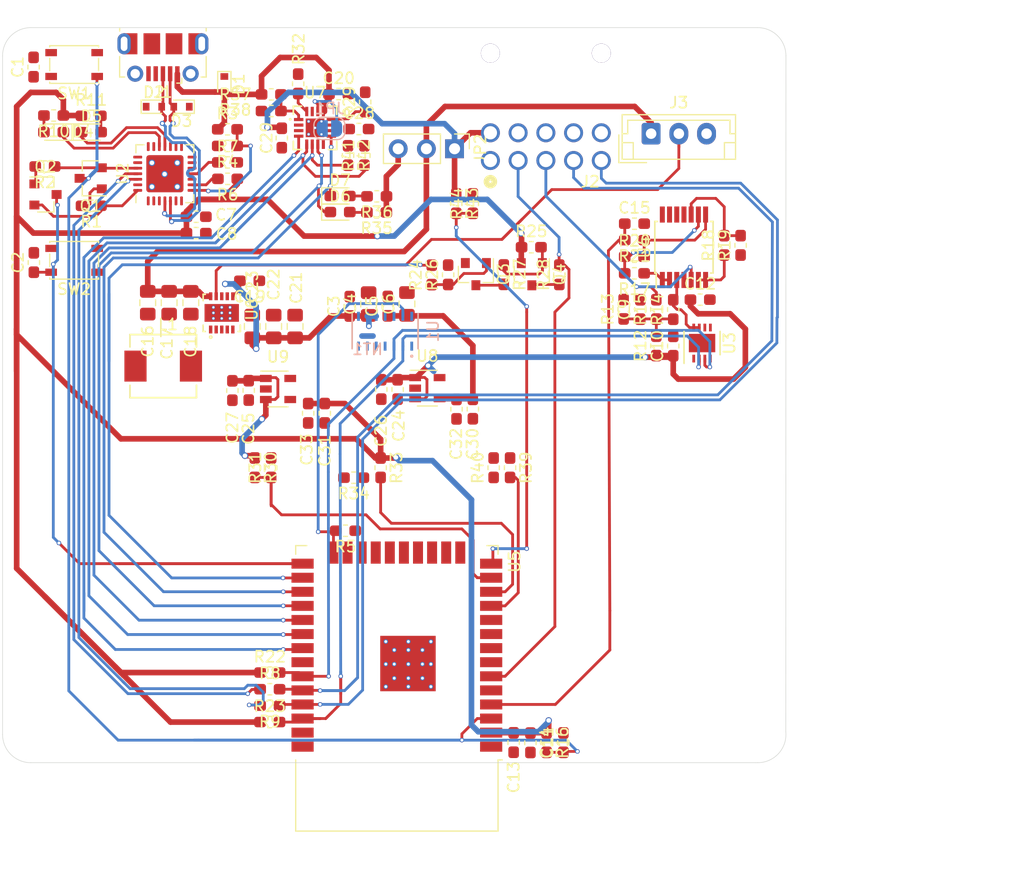
<source format=kicad_pcb>
(kicad_pcb (version 20171130) (host pcbnew 5.1.5)
  (layers (0 F.Cu signal) (31 B.Cu signal) (34 B.Paste user) (35 F.Paste user) (36 B.SilkS user) (37 F.SilkS user) (38 B.Mask user) (39 F.Mask user) (44 Edge.Cuts user))
  (net 0 "")
  (net 1 /EN)
  (net 2 GND)
  (net 3 /IO0)
  (net 4 GNDA)
  (net 5 +5V)
  (net 6 +1V8)
  (net 7 +3V3)
  (net 8 "Net-(C9-Pad1)")
  (net 9 /GSR_MON)
  (net 10 /VOUTBATT)
  (net 11 "Net-(C19-Pad2)")
  (net 12 /Vbus)
  (net 13 Vout)
  (net 14 /BATT+)
  (net 15 /USB_P)
  (net 16 /USB_N)
  (net 17 "Net-(D4-Pad2)")
  (net 18 "Net-(D4-Pad1)")
  (net 19 "Net-(D5-Pad1)")
  (net 20 "Net-(D5-Pad2)")
  (net 21 /~BATT_POWGOOD)
  (net 22 "Net-(D6-Pad2)")
  (net 23 "Net-(D7-Pad2)")
  (net 24 /~CHRG)
  (net 25 "Net-(J1-Pad4)")
  (net 26 "Net-(JP1-Pad1)")
  (net 27 "Net-(L1-Pad2)")
  (net 28 /~RTS)
  (net 29 "Net-(Q1-Pad1)")
  (net 30 "Net-(Q2-Pad1)")
  (net 31 /~DTR)
  (net 32 "Net-(Q3-Pad3)")
  (net 33 "Net-(Q3-Pad1)")
  (net 34 "Net-(Q4-Pad1)")
  (net 35 "Net-(Q4-Pad3)")
  (net 36 "Net-(R3-Pad2)")
  (net 37 /~INT)
  (net 38 "Net-(R6-Pad2)")
  (net 39 "Net-(R7-Pad1)")
  (net 40 /RXD)
  (net 41 /RXD0)
  (net 42 /TXD)
  (net 43 /TXD0)
  (net 44 "Net-(R14-Pad2)")
  (net 45 /GSR+)
  (net 46 "Net-(R17-Pad2)")
  (net 47 "Net-(R17-Pad1)")
  (net 48 "Net-(R18-Pad2)")
  (net 49 "Net-(R18-Pad1)")
  (net 50 "Net-(R20-Pad2)")
  (net 51 /SDA)
  (net 52 /SCL)
  (net 53 /TEMP_EN)
  (net 54 /VTemp)
  (net 55 "Net-(R29-Pad1)")
  (net 56 /5V_MON)
  (net 57 "Net-(R32-Pad1)")
  (net 58 /3.3V_MON)
  (net 59 "Net-(R37-Pad2)")
  (net 60 /1.8V_MON)
  (net 61 /CHRG_EN2)
  (net 62 /CHRG_EN1)
  (net 63 /BATT+_MON)
  (net 64 "Net-(U1-Pad1)")
  (net 65 "Net-(U1-Pad5)")
  (net 66 "Net-(U1-Pad6)")
  (net 67 "Net-(U1-Pad7)")
  (net 68 "Net-(U1-Pad8)")
  (net 69 "Net-(U1-Pad14)")
  (net 70 "Net-(U2-Pad1)")
  (net 71 "Net-(U2-Pad2)")
  (net 72 "Net-(U2-Pad10)")
  (net 73 "Net-(U2-Pad12)")
  (net 74 "Net-(U2-Pad13)")
  (net 75 "Net-(U2-Pad14)")
  (net 76 "Net-(U2-Pad15)")
  (net 77 "Net-(U2-Pad16)")
  (net 78 "Net-(U2-Pad17)")
  (net 79 "Net-(U2-Pad20)")
  (net 80 "Net-(U2-Pad21)")
  (net 81 "Net-(U2-Pad22)")
  (net 82 "Net-(U2-Pad23)")
  (net 83 "Net-(U2-Pad27)")
  (net 84 "Net-(U5-Pad8)")
  (net 85 "Net-(U5-Pad9)")
  (net 86 "Net-(U5-Pad16)")
  (net 87 "Net-(U5-Pad17)")
  (net 88 "Net-(U5-Pad18)")
  (net 89 "Net-(U5-Pad19)")
  (net 90 "Net-(U5-Pad20)")
  (net 91 "Net-(U5-Pad21)")
  (net 92 "Net-(U5-Pad22)")
  (net 93 "Net-(U5-Pad23)")
  (net 94 /~CE)
  (net 95 "Net-(U5-Pad32)")
  (net 96 "Net-(U6-Pad5)")
  (net 97 "Net-(U6-Pad8)")
  (net 98 /ON_OFF)
  (net 99 "Net-(U8-Pad5)")
  (net 100 "Net-(U9-Pad5)")
  (net 101 "Net-(U5-Pad37)")
  (net 102 "Net-(U5-Pad5)")
  (net 103 "Net-(U5-Pad7)")
  (net 104 "Net-(U5-Pad10)")
  (module Package_DFN_QFN:DFN-8-1EP_3x3mm_P0.5mm_EP1.66x2.38mm (layer F.Cu) (at 128.07442 48.006 90)
    (fp_text reference U3 (at -0.01524 2.46888 90) (layer F.SilkS))
    (fp_text value MAX5419LETA+)
    (pad 1 smd rect (at -1.4 -0.75 90) (size 0.7 0.25) (layers F.Cu F.Paste F.Mask) (net 5 +5V))
    (pad 2 smd rect (at -1.4 -0.25 90) (size 0.7 0.25) (layers F.Cu F.Paste F.Mask) (net 52 /SCL))
    (pad 3 smd rect (at -1.4 0.25 90) (size 0.7 0.25) (layers F.Cu F.Paste F.Mask) (net 51 /SDA))
    (pad 4 smd rect (at -1.4 0.75 90) (size 0.7 0.25) (layers F.Cu F.Paste F.Mask) (net 2 GND))
    (pad 5 smd rect (at 1.4 0.75 90) (size 0.7 0.25) (layers F.Cu F.Paste F.Mask) (net 2 GND))
    (pad 6 smd rect (at 1.4 0.25 90) (size 0.7 0.25) (layers F.Cu F.Paste F.Mask) (net 2 GND))
    (pad 7 smd rect (at 1.4 -0.25 90) (size 0.7 0.25) (layers F.Cu F.Paste F.Mask) (net 44 "Net-(R14-Pad2)"))
    (pad 8 smd rect (at 1.4 -0.75 90) (size 0.7 0.25) (layers F.Cu F.Paste F.Mask) (net 44 "Net-(R14-Pad2)"))
    (pad 9 smd rect (at 0 0 90) (size 1.66 2.38) (layers F.Cu F.Mask) (net 2 GND))
  )
  (module Resistor_SMD:R_0603_1608Metric_Pad1.05x0.95mm_HandSolder (layer F.Cu) (at 121.97588 41.71442 180)
    (fp_text reference R17 (at 0 -1.43) (layer F.SilkS))
    (fp_text value 100k)
    (pad 2 smd roundrect (at 0.875 0 180) (size 1.05 0.95) (layers F.Cu F.Paste F.Mask) (net 46 "Net-(R17-Pad2)"))
    (pad 1 smd roundrect (at -0.875 0 180) (size 1.05 0.95) (layers F.Cu F.Paste F.Mask) (net 47 "Net-(R17-Pad1)"))
  )
  (module Resistor_SMD:R_0603_1608Metric_Pad1.05x0.95mm_HandSolder (layer F.Cu) (at 125.475999 44.98086 90)
    (fp_text reference R14 (at 0 -1.43 90) (layer F.SilkS))
    (fp_text value 200k)
    (pad 1 smd roundrect (at -0.875 0 90) (size 1.05 0.95) (layers F.Cu F.Paste F.Mask) (net 8 "Net-(C9-Pad1)"))
    (pad 2 smd roundrect (at 0.875 0 90) (size 1.05 0.95) (layers F.Cu F.Paste F.Mask) (net 44 "Net-(R14-Pad2)"))
  )
  (module Resistor_SMD:R_0603_1608Metric_Pad1.05x0.95mm_HandSolder (layer F.Cu) (at 121.0056 44.95546 90)
    (fp_text reference R13 (at 0 -1.43 90) (layer F.SilkS))
    (fp_text value 4.7k)
    (pad 1 smd roundrect (at -0.875 0 90) (size 1.05 0.95) (layers F.Cu F.Paste F.Mask) (net 8 "Net-(C9-Pad1)"))
    (pad 2 smd roundrect (at 0.875 0 90) (size 1.05 0.95) (layers F.Cu F.Paste F.Mask) (net 2 GND))
  )
  (module Resistor_SMD:R_0603_1608Metric_Pad1.05x0.95mm_HandSolder (layer F.Cu) (at 123.952 48.26 90)
    (fp_text reference R12 (at 0 -1.43 90) (layer F.SilkS))
    (fp_text value 4.7k)
    (pad 1 smd roundrect (at -0.875 0 90) (size 1.05 0.95) (layers F.Cu F.Paste F.Mask) (net 5 +5V))
    (pad 2 smd roundrect (at 0.875 0 90) (size 1.05 0.95) (layers F.Cu F.Paste F.Mask) (net 8 "Net-(C9-Pad1)"))
  )
  (module Resistor_SMD:R_0603_1608Metric_Pad1.05x0.95mm_HandSolder (layer F.Cu) (at 131.54914 39.1922 90)
    (fp_text reference R19 (at 0 -1.43 90) (layer F.SilkS))
    (fp_text value 200k)
    (pad 2 smd roundrect (at 0.875 0 90) (size 1.05 0.95) (layers F.Cu F.Paste F.Mask) (net 48 "Net-(R18-Pad2)"))
    (pad 1 smd roundrect (at -0.875 0 90) (size 1.05 0.95) (layers F.Cu F.Paste F.Mask) (net 2 GND))
  )
  (module Capacitor_SMD:C_0603_1608Metric_Pad1.05x0.95mm_HandSolder (layer F.Cu) (at 122.509281 44.975781 90)
    (fp_text reference C9 (at 0 -1.43 90) (layer F.SilkS))
    (fp_text value 4.7uF)
    (pad 2 smd roundrect (at 0.875 0 90) (size 1.05 0.95) (layers F.Cu F.Paste F.Mask) (net 2 GND))
    (pad 1 smd roundrect (at -0.875 0 90) (size 1.05 0.95) (layers F.Cu F.Paste F.Mask) (net 8 "Net-(C9-Pad1)"))
  )
  (module Capacitor_SMD:C_0603_1608Metric_Pad1.05x0.95mm_HandSolder (layer F.Cu) (at 125.476 48.274 90)
    (fp_text reference C10 (at 0 -1.43 90) (layer F.SilkS))
    (fp_text value 0.1uF)
    (pad 1 smd roundrect (at -0.875 0 90) (size 1.05 0.95) (layers F.Cu F.Paste F.Mask) (net 5 +5V))
    (pad 2 smd roundrect (at 0.875 0 90) (size 1.05 0.95) (layers F.Cu F.Paste F.Mask) (net 2 GND))
  )
  (module Resistor_SMD:R_0603_1608Metric_Pad1.05x0.95mm_HandSolder (layer F.Cu) (at 121.9822 38.7223 180)
    (fp_text reference R21 (at 0 -1.43) (layer F.SilkS))
    (fp_text value 1M)
    (pad 2 smd roundrect (at 0.875 0 180) (size 1.05 0.95) (layers F.Cu F.Paste F.Mask) (net 9 /GSR_MON))
    (pad 1 smd roundrect (at -0.875 0 180) (size 1.05 0.95) (layers F.Cu F.Paste F.Mask) (net 50 "Net-(R20-Pad2)"))
  )
  (module Resistor_SMD:R_0603_1608Metric_Pad1.05x0.95mm_HandSolder (layer F.Cu) (at 130.07594 39.19604 90)
    (fp_text reference R18 (at 0 -1.43 90) (layer F.SilkS))
    (fp_text value 100k)
    (pad 2 smd roundrect (at 0.875 0 90) (size 1.05 0.95) (layers F.Cu F.Paste F.Mask) (net 48 "Net-(R18-Pad2)"))
    (pad 1 smd roundrect (at -0.875 0 90) (size 1.05 0.95) (layers F.Cu F.Paste F.Mask) (net 49 "Net-(R18-Pad1)"))
  )
  (module Capacitor_SMD:C_0603_1608Metric_Pad1.05x0.95mm_HandSolder (layer F.Cu) (at 127.903001 44.08932)
    (fp_text reference C12 (at 0 -1.43) (layer F.SilkS))
    (fp_text value 0.1uF)
    (pad 1 smd roundrect (at -0.875 0) (size 1.05 0.95) (layers F.Cu F.Paste F.Mask) (net 5 +5V))
    (pad 2 smd roundrect (at 0.875 0) (size 1.05 0.95) (layers F.Cu F.Paste F.Mask) (net 2 GND))
  )
  (module Resistor_SMD:R_0603_1608Metric_Pad1.05x0.95mm_HandSolder (layer F.Cu) (at 123.952 44.972 90)
    (fp_text reference R15 (at 0 -1.43 90) (layer F.SilkS))
    (fp_text value 200k)
    (pad 2 smd roundrect (at 0.875 0 90) (size 1.05 0.95) (layers F.Cu F.Paste F.Mask) (net 45 /GSR+))
    (pad 1 smd roundrect (at -0.875 0 90) (size 1.05 0.95) (layers F.Cu F.Paste F.Mask) (net 8 "Net-(C9-Pad1)"))
  )
  (module Capacitor_SMD:C_0603_1608Metric_Pad1.05x0.95mm_HandSolder (layer F.Cu) (at 121.9822 37.23894)
    (fp_text reference C15 (at 0 -1.43) (layer F.SilkS))
    (fp_text value 100nF)
    (pad 2 smd roundrect (at 0.875 0) (size 1.05 0.95) (layers F.Cu F.Paste F.Mask) (net 2 GND))
    (pad 1 smd roundrect (at -0.875 0) (size 1.05 0.95) (layers F.Cu F.Paste F.Mask) (net 9 /GSR_MON))
  )
  (module Resistor_SMD:R_0603_1608Metric_Pad1.05x0.95mm_HandSolder (layer F.Cu) (at 121.977121 40.21582)
    (fp_text reference R20 (at 0 -1.43) (layer F.SilkS))
    (fp_text value 200k)
    (pad 1 smd roundrect (at -0.875 0) (size 1.05 0.95) (layers F.Cu F.Paste F.Mask) (net 46 "Net-(R17-Pad2)"))
    (pad 2 smd roundrect (at 0.875 0) (size 1.05 0.95) (layers F.Cu F.Paste F.Mask) (net 50 "Net-(R20-Pad2)"))
  )
  (module IHLP2020BZER1R0M0:IHLP2020BZER1R0M01 (layer F.Cu) (at 79.503386 50.083804)
    (fp_text reference L1 (at 0.4318 -3.7592) (layer F.SilkS))
    (fp_text value 1uH hide)
    (pad 1 smd rect (at -2.5 0 90) (size 2.794 2) (layers F.Cu F.Paste F.Mask) (net 10 /VOUTBATT))
    (pad 2 smd rect (at 2.5 0 90) (size 2.794 2) (layers F.Cu F.Paste F.Mask) (net 27 "Net-(L1-Pad2)"))
  )
  (module LED_SMD:LED_0603_1608Metric_Pad1.05x0.95mm_HandSolder (layer F.Cu) (at 95.444794 36.188868)
    (fp_text reference D6 (at 0 -1.43) (layer F.SilkS))
    (fp_text value Red)
    (pad 1 smd roundrect (at -0.875 0) (size 1.05 0.95) (layers F.Cu F.Paste F.Mask) (net 21 /~BATT_POWGOOD))
    (pad 2 smd roundrect (at 0.875 0) (size 1.05 0.95) (layers F.Cu F.Paste F.Mask) (net 22 "Net-(D6-Pad2)"))
  )
  (module Connector_JST:JST_EH_B3B-EH-A_1x03_P2.50mm_Vertical (layer F.Cu) (at 123.4821 29.1211)
    (fp_text reference J3 (at 2.5 -2.8) (layer F.SilkS))
    (fp_text value Conn_01x02)
    (pad 3 thru_hole oval (at 5 0) (size 1.7 1.95) (drill 0.95) (layers *.Cu *.Mask) (net 2 GND))
    (pad 2 thru_hole oval (at 2.5 0) (size 1.7 1.95) (drill 0.95) (layers *.Cu *.Mask) (net 98 /ON_OFF))
    (pad 1 thru_hole roundrect (at 0 0) (size 1.7 1.95) (drill 0.95) (layers *.Cu *.Mask) (roundrect_rratio 0.147059) (net 10 /VOUTBATT))
  )
  (module 1053141114:1053141110 (layer F.Cu) (at 113.9952 25.4508 180)
    (fp_text reference J2 (at -4 -8) (layer F.SilkS))
    (fp_text value "Interface Hub")
    (pad 4 thru_hole circle (at -2.5 -6.09 180) (size 1.71 1.71) (drill 1.2) (layers *.Cu *.Mask) (net 41 /RXD0))
    (pad 8 thru_hole circle (at 0 -3.59 180) (size 1.71 1.71) (drill 1.2) (layers *.Cu *.Mask) (net 2 GND))
    (pad 10 thru_hole circle (at -5 -3.59 180) (size 1.71 1.71) (drill 1.2) (layers *.Cu *.Mask) (net 2 GND))
    (pad "" np_thru_hole circle (at -5 3.59 180) (size 1.71 1.71) (drill 1.7) (layers *.Cu *.Mask))
    (pad "" np_thru_hole circle (at 5 3.59 180) (size 1.71 1.71) (drill 1.7) (layers *.Cu *.Mask))
    (pad 6 thru_hole circle (at 5 -3.59 180) (size 1.71 1.71) (drill 1.2) (layers *.Cu *.Mask) (net 14 /BATT+))
    (pad 2 thru_hole circle (at 2.5 -6.09 270) (size 1.71 1.71) (drill 1.2) (layers *.Cu *.Mask) (net 54 /VTemp))
    (pad 1 thru_hole circle (at 5 -6.09 180) (size 1.71 1.71) (drill 1.2) (layers *.Cu *.Mask) (net 2 GND))
    (pad 3 thru_hole circle (at 0 -6.09 180) (size 1.71 1.71) (drill 1.2) (layers *.Cu *.Mask) (net 45 /GSR+))
    (pad 7 thru_hole circle (at 2.5 -3.59 180) (size 1.71 1.71) (drill 1.2) (layers *.Cu *.Mask) (net 2 GND))
    (pad 5 thru_hole circle (at -5 -6.09 180) (size 1.71 1.71) (drill 1.2) (layers *.Cu *.Mask) (net 43 /TXD0))
    (pad 9 thru_hole circle (at -2.5 -3.59 180) (size 1.71 1.71) (drill 1.2) (layers *.Cu *.Mask) (net 2 GND))
  )
  (module Diode_SMD:D_SOD-523 (layer F.Cu) (at 78.666566 26.689936)
    (fp_text reference D2 (at 0 -1.3) (layer F.SilkS))
    (fp_text value DESD5V0S1BB-7)
    (pad 1 smd rect (at -0.7 0 180) (size 0.6 0.7) (layers F.Cu F.Paste F.Mask) (net 2 GND))
    (pad 2 smd rect (at 0.7 0 180) (size 0.6 0.7) (layers F.Cu F.Paste F.Mask) (net 15 /USB_P))
  )
  (module Diode_SMD:D_SOD-523 (layer F.Cu) (at 81.153 26.689936 180)
    (fp_text reference D3 (at 0 -1.3) (layer F.SilkS))
    (fp_text value DESD5V0S1BB-7)
    (pad 2 smd rect (at 0.7 0) (size 0.6 0.7) (layers F.Cu F.Paste F.Mask) (net 16 /USB_N))
    (pad 1 smd rect (at -0.7 0) (size 0.6 0.7) (layers F.Cu F.Paste F.Mask) (net 2 GND))
  )
  (module Resistor_SMD:R_0603_1608Metric_Pad1.05x0.95mm_HandSolder (layer F.Cu) (at 91.6686 24.623999 90)
    (fp_text reference R32 (at 3.1382 0.0508 90) (layer F.SilkS))
    (fp_text value 1.78k)
    (pad 2 smd roundrect (at 0.875 0 90) (size 1.05 0.95) (layers F.Cu F.Paste F.Mask) (net 2 GND))
    (pad 1 smd roundrect (at -0.875 0 90) (size 1.05 0.95) (layers F.Cu F.Paste F.Mask) (net 57 "Net-(R32-Pad1)"))
  )
  (module Capacitor_SMD:C_0603_1608Metric_Pad1.05x0.95mm_HandSolder (layer F.Cu) (at 67.818 23.114 90)
    (fp_text reference C1 (at 0 -1.43 90) (layer F.SilkS))
    (fp_text value 0.1uF)
    (pad 1 smd roundrect (at -0.875 0 90) (size 1.05 0.95) (layers F.Cu F.Paste F.Mask) (net 1 /EN))
    (pad 2 smd roundrect (at 0.875 0 90) (size 1.05 0.95) (layers F.Cu F.Paste F.Mask) (net 2 GND))
  )
  (module Capacitor_SMD:C_0603_1608Metric_Pad1.05x0.95mm_HandSolder (layer F.Cu) (at 67.8434 40.7416 90)
    (fp_text reference C2 (at 0 -1.43 90) (layer F.SilkS))
    (fp_text value 0.1uF)
    (pad 2 smd roundrect (at 0.875 0 90) (size 1.05 0.95) (layers F.Cu F.Paste F.Mask) (net 2 GND))
    (pad 1 smd roundrect (at -0.875 0 90) (size 1.05 0.95) (layers F.Cu F.Paste F.Mask) (net 3 /IO0))
  )
  (module Capacitor_SMD:C_0603_1608Metric_Pad1.05x0.95mm_HandSolder (layer F.Cu) (at 96.3168 44.688761 90)
    (fp_text reference C3 (at 0 -1.43 90) (layer F.SilkS))
    (fp_text value 1uF)
    (pad 2 smd roundrect (at 0.875 0 90) (size 1.05 0.95) (layers F.Cu F.Paste F.Mask) (net 4 GNDA))
    (pad 1 smd roundrect (at -0.875 0 90) (size 1.05 0.95) (layers F.Cu F.Paste F.Mask) (net 5 +5V))
  )
  (module Capacitor_SMD:C_0805_2012Metric_Pad1.15x1.40mm_HandSolder (layer F.Cu) (at 98.018601 44.485559 90)
    (fp_text reference C4 (at 0 -1.65 90) (layer F.SilkS))
    (fp_text value 10uF)
    (pad 2 smd roundrect (at 1.025 0 90) (size 1.15 1.4) (layers F.Cu F.Paste F.Mask) (roundrect_rratio 0.217391) (net 4 GNDA))
    (pad 1 smd roundrect (at -1.025 0 90) (size 1.15 1.4) (layers F.Cu F.Paste F.Mask) (roundrect_rratio 0.217391) (net 5 +5V))
  )
  (module Capacitor_SMD:C_0603_1608Metric_Pad1.05x0.95mm_HandSolder (layer F.Cu) (at 99.7458 44.67736 90)
    (fp_text reference C5 (at 0 -1.43 90) (layer F.SilkS))
    (fp_text value 1uF)
    (pad 1 smd roundrect (at -0.875 0 90) (size 1.05 0.95) (layers F.Cu F.Paste F.Mask) (net 6 +1V8))
    (pad 2 smd roundrect (at 0.875 0 90) (size 1.05 0.95) (layers F.Cu F.Paste F.Mask) (net 2 GND))
  )
  (module Capacitor_SMD:C_0805_2012Metric_Pad1.15x1.40mm_HandSolder (layer F.Cu) (at 101.473 44.476559 90)
    (fp_text reference C6 (at 0 -1.65 90) (layer F.SilkS))
    (fp_text value 10uF)
    (pad 2 smd roundrect (at 1.025 0 90) (size 1.15 1.4) (layers F.Cu F.Paste F.Mask) (roundrect_rratio 0.217391) (net 2 GND))
    (pad 1 smd roundrect (at -1.025 0 90) (size 1.15 1.4) (layers F.Cu F.Paste F.Mask) (roundrect_rratio 0.217391) (net 6 +1V8))
  )
  (module Capacitor_SMD:C_0603_1608Metric_Pad1.05x0.95mm_HandSolder (layer F.Cu) (at 82.473203 36.613248)
    (fp_text reference C7 (at 2.6924 -0.1778) (layer F.SilkS))
    (fp_text value 0.1uF)
    (pad 1 smd roundrect (at -0.875 0) (size 1.05 0.95) (layers F.Cu F.Paste F.Mask) (net 7 +3V3))
    (pad 2 smd roundrect (at 0.875 0) (size 1.05 0.95) (layers F.Cu F.Paste F.Mask) (net 2 GND))
  )
  (module Capacitor_SMD:C_0603_1608Metric_Pad1.05x0.95mm_HandSolder (layer F.Cu) (at 82.473203 38.086447)
    (fp_text reference C8 (at 2.7432 0.0762) (layer F.SilkS))
    (fp_text value 4.7uF)
    (pad 1 smd roundrect (at -0.875 0) (size 1.05 0.95) (layers F.Cu F.Paste F.Mask) (net 7 +3V3))
    (pad 2 smd roundrect (at 0.875 0) (size 1.05 0.95) (layers F.Cu F.Paste F.Mask) (net 2 GND))
  )
  (module Capacitor_SMD:C_0603_1608Metric_Pad1.05x0.95mm_HandSolder (layer F.Cu) (at 115.57254 84.04352 90)
    (fp_text reference C11 (at 0 -1.43 90) (layer F.SilkS))
    (fp_text value 0.1uF)
    (pad 2 smd roundrect (at 0.875 0 90) (size 1.05 0.95) (layers F.Cu F.Paste F.Mask) (net 2 GND))
    (pad 1 smd roundrect (at -0.875 0 90) (size 1.05 0.95) (layers F.Cu F.Paste F.Mask) (net 1 /EN))
  )
  (module Capacitor_SMD:C_0603_1608Metric_Pad1.05x0.95mm_HandSolder (layer F.Cu) (at 111.090522 84.03483 270)
    (fp_text reference C13 (at 3.1242 0 90) (layer F.SilkS))
    (fp_text value 0.1uF)
    (pad 2 smd roundrect (at 0.875 0 270) (size 1.05 0.95) (layers F.Cu F.Paste F.Mask) (net 2 GND))
    (pad 1 smd roundrect (at -0.875 0 270) (size 1.05 0.95) (layers F.Cu F.Paste F.Mask) (net 7 +3V3))
  )
  (module Capacitor_SMD:C_0603_1608Metric_Pad1.05x0.95mm_HandSolder (layer F.Cu) (at 112.604363 84.056389 270)
    (fp_text reference C14 (at 0 -1.43 90) (layer F.SilkS))
    (fp_text value 22uF)
    (pad 1 smd roundrect (at -0.875 0 270) (size 1.05 0.95) (layers F.Cu F.Paste F.Mask) (net 7 +3V3))
    (pad 2 smd roundrect (at 0.875 0 270) (size 1.05 0.95) (layers F.Cu F.Paste F.Mask) (net 2 GND))
  )
  (module Capacitor_SMD:C_0805_2012Metric_Pad1.15x1.40mm_HandSolder (layer F.Cu) (at 78.107714 44.368067 90)
    (fp_text reference C16 (at -3.4888 0 90) (layer F.SilkS))
    (fp_text value 10uF)
    (pad 2 smd roundrect (at 1.025 0 90) (size 1.15 1.4) (layers F.Cu F.Paste F.Mask) (roundrect_rratio 0.217391) (net 10 /VOUTBATT))
    (pad 1 smd roundrect (at -1.025 0 90) (size 1.15 1.4) (layers F.Cu F.Paste F.Mask) (roundrect_rratio 0.217391) (net 2 GND))
  )
  (module Capacitor_SMD:C_0805_2012Metric_Pad1.15x1.40mm_HandSolder (layer F.Cu) (at 80.038113 44.368067 90)
    (fp_text reference C17 (at -3.683 -0.2032 90) (layer F.SilkS))
    (fp_text value 10uF)
    (pad 1 smd roundrect (at -1.025 0 90) (size 1.15 1.4) (layers F.Cu F.Paste F.Mask) (roundrect_rratio 0.217391) (net 2 GND))
    (pad 2 smd roundrect (at 1.025 0 90) (size 1.15 1.4) (layers F.Cu F.Paste F.Mask) (roundrect_rratio 0.217391) (net 10 /VOUTBATT))
  )
  (module Capacitor_SMD:C_0805_2012Metric_Pad1.15x1.40mm_HandSolder (layer F.Cu) (at 81.992585 44.368804 90)
    (fp_text reference C18 (at -3.5052 -0.0254 90) (layer F.SilkS))
    (fp_text value 10uF)
    (pad 2 smd roundrect (at 1.025 0 90) (size 1.15 1.4) (layers F.Cu F.Paste F.Mask) (roundrect_rratio 0.217391) (net 10 /VOUTBATT))
    (pad 1 smd roundrect (at -1.025 0 90) (size 1.15 1.4) (layers F.Cu F.Paste F.Mask) (roundrect_rratio 0.217391) (net 2 GND))
  )
  (module Capacitor_SMD:C_0603_1608Metric_Pad1.05x0.95mm_HandSolder (layer F.Cu) (at 87.292922 42.388931 180)
    (fp_text reference C19 (at 0 -1.43) (layer F.SilkS))
    (fp_text value 22nF)
    (pad 2 smd roundrect (at 0.875 0 180) (size 1.05 0.95) (layers F.Cu F.Paste F.Mask) (net 11 "Net-(C19-Pad2)"))
    (pad 1 smd roundrect (at -0.875 0 180) (size 1.05 0.95) (layers F.Cu F.Paste F.Mask) (net 2 GND))
  )
  (module Capacitor_SMD:C_0603_1608Metric_Pad1.05x0.95mm_HandSolder (layer F.Cu) (at 95.322573 25.54839)
    (fp_text reference C20 (at 0 -1.43) (layer F.SilkS))
    (fp_text value 1uF)
    (pad 1 smd roundrect (at -0.875 0) (size 1.05 0.95) (layers F.Cu F.Paste F.Mask) (net 12 /Vbus))
    (pad 2 smd roundrect (at 0.875 0) (size 1.05 0.95) (layers F.Cu F.Paste F.Mask) (net 2 GND))
  )
  (module Capacitor_SMD:C_0805_2012Metric_Pad1.15x1.40mm_HandSolder (layer F.Cu) (at 91.391913 46.510667 90)
    (fp_text reference C21 (at 3.4798 0.1016 90) (layer F.SilkS))
    (fp_text value 10uF)
    (pad 1 smd roundrect (at -1.025 0 90) (size 1.15 1.4) (layers F.Cu F.Paste F.Mask) (roundrect_rratio 0.217391) (net 5 +5V))
    (pad 2 smd roundrect (at 1.025 0 90) (size 1.15 1.4) (layers F.Cu F.Paste F.Mask) (roundrect_rratio 0.217391) (net 2 GND))
  )
  (module Capacitor_SMD:C_0805_2012Metric_Pad1.15x1.40mm_HandSolder (layer F.Cu) (at 89.461515 46.510669 90)
    (fp_text reference C22 (at 3.7846 0 90) (layer F.SilkS))
    (fp_text value 10uF)
    (pad 1 smd roundrect (at -1.025 0 90) (size 1.15 1.4) (layers F.Cu F.Paste F.Mask) (roundrect_rratio 0.217391) (net 5 +5V))
    (pad 2 smd roundrect (at 1.025 0 90) (size 1.15 1.4) (layers F.Cu F.Paste F.Mask) (roundrect_rratio 0.217391) (net 2 GND))
  )
  (module Capacitor_SMD:C_0805_2012Metric_Pad1.15x1.40mm_HandSolder (layer F.Cu) (at 87.531114 46.510669 90)
    (fp_text reference C23 (at 3.6068 0 90) (layer F.SilkS))
    (fp_text value 10uF)
    (pad 1 smd roundrect (at -1.025 0 90) (size 1.15 1.4) (layers F.Cu F.Paste F.Mask) (roundrect_rratio 0.217391) (net 5 +5V))
    (pad 2 smd roundrect (at 1.025 0 90) (size 1.15 1.4) (layers F.Cu F.Paste F.Mask) (roundrect_rratio 0.217391) (net 2 GND))
  )
  (module Capacitor_SMD:C_0603_1608Metric_Pad1.05x0.95mm_HandSolder (layer F.Cu) (at 100.632971 52.190167 270)
    (fp_text reference C24 (at 3.2766 -0.1016 90) (layer F.SilkS))
    (fp_text value 1uF)
    (pad 1 smd roundrect (at -0.875 0 270) (size 1.05 0.95) (layers F.Cu F.Paste F.Mask) (net 5 +5V))
    (pad 2 smd roundrect (at 0.875 0 270) (size 1.05 0.95) (layers F.Cu F.Paste F.Mask) (net 2 GND))
  )
  (module Capacitor_SMD:C_0603_1608Metric_Pad1.05x0.95mm_HandSolder (layer F.Cu) (at 87.211531 52.274103 270)
    (fp_text reference C25 (at 3.4544 0.0254 90) (layer F.SilkS))
    (fp_text value 1uF)
    (pad 1 smd roundrect (at -0.875 0 270) (size 1.05 0.95) (layers F.Cu F.Paste F.Mask) (net 5 +5V))
    (pad 2 smd roundrect (at 0.875 0 270) (size 1.05 0.95) (layers F.Cu F.Paste F.Mask) (net 2 GND))
  )
  (module Capacitor_SMD:C_0603_1608Metric_Pad1.05x0.95mm_HandSolder (layer F.Cu) (at 99.159769 52.190165 270)
    (fp_text reference C26 (at 3.7338 0.0254 90) (layer F.SilkS))
    (fp_text value 1uF)
    (pad 1 smd roundrect (at -0.875 0 270) (size 1.05 0.95) (layers F.Cu F.Paste F.Mask) (net 5 +5V))
    (pad 2 smd roundrect (at 0.875 0 270) (size 1.05 0.95) (layers F.Cu F.Paste F.Mask) (net 2 GND))
  )
  (module Capacitor_SMD:C_0603_1608Metric_Pad1.05x0.95mm_HandSolder (layer F.Cu) (at 85.738329 52.285503 270)
    (fp_text reference C27 (at 3.3668 0 90) (layer F.SilkS))
    (fp_text value 1uF)
    (pad 2 smd roundrect (at 0.875 0 270) (size 1.05 0.95) (layers F.Cu F.Paste F.Mask) (net 2 GND))
    (pad 1 smd roundrect (at -0.875 0 270) (size 1.05 0.95) (layers F.Cu F.Paste F.Mask) (net 5 +5V))
  )
  (module Capacitor_SMD:C_0603_1608Metric_Pad1.05x0.95mm_HandSolder (layer F.Cu) (at 97.141 28.702)
    (fp_text reference C28 (at 0 -1.43) (layer F.SilkS))
    (fp_text value 4.7uF)
    (pad 1 smd roundrect (at -0.875 0) (size 1.05 0.95) (layers F.Cu F.Paste F.Mask) (net 13 Vout))
    (pad 2 smd roundrect (at 0.875 0) (size 1.05 0.95) (layers F.Cu F.Paste F.Mask) (net 2 GND))
  )
  (module Capacitor_SMD:C_0603_1608Metric_Pad1.05x0.95mm_HandSolder (layer F.Cu) (at 90.191773 29.51079 270)
    (fp_text reference C29 (at 0 1.3716 90) (layer F.SilkS))
    (fp_text value 4.7uF)
    (pad 2 smd roundrect (at 0.875 0 270) (size 1.05 0.95) (layers F.Cu F.Paste F.Mask) (net 2 GND))
    (pad 1 smd roundrect (at -0.875 0 270) (size 1.05 0.95) (layers F.Cu F.Paste F.Mask) (net 14 /BATT+))
  )
  (module Capacitor_SMD:C_0603_1608Metric_Pad1.05x0.95mm_HandSolder (layer F.Cu) (at 107.414768 53.958005 270)
    (fp_text reference C30 (at 3.1496 0.0254 90) (layer F.SilkS))
    (fp_text value 1uF)
    (pad 2 smd roundrect (at 0.875 0 270) (size 1.05 0.95) (layers F.Cu F.Paste F.Mask) (net 2 GND))
    (pad 1 smd roundrect (at -0.875 0 270) (size 1.05 0.95) (layers F.Cu F.Paste F.Mask) (net 6 +1V8))
  )
  (module Capacitor_SMD:C_0603_1608Metric_Pad1.05x0.95mm_HandSolder (layer F.Cu) (at 94.068269 54.334776 270)
    (fp_text reference C31 (at 3.3782 0 90) (layer F.SilkS))
    (fp_text value 1uF)
    (pad 1 smd roundrect (at -0.875 0 270) (size 1.05 0.95) (layers F.Cu F.Paste F.Mask) (net 7 +3V3))
    (pad 2 smd roundrect (at 0.875 0 270) (size 1.05 0.95) (layers F.Cu F.Paste F.Mask) (net 2 GND))
  )
  (module Capacitor_SMD:C_0603_1608Metric_Pad1.05x0.95mm_HandSolder (layer F.Cu) (at 105.94157 53.969407 270)
    (fp_text reference C32 (at 3.1382 0.0254 90) (layer F.SilkS))
    (fp_text value 1uF)
    (pad 2 smd roundrect (at 0.875 0 270) (size 1.05 0.95) (layers F.Cu F.Paste F.Mask) (net 2 GND))
    (pad 1 smd roundrect (at -0.875 0 270) (size 1.05 0.95) (layers F.Cu F.Paste F.Mask) (net 6 +1V8))
  )
  (module Capacitor_SMD:C_0603_1608Metric_Pad1.05x0.95mm_HandSolder (layer F.Cu) (at 92.56967 54.334776 270)
    (fp_text reference C33 (at 3.2766 0.127 90) (layer F.SilkS))
    (fp_text value 1uF)
    (pad 2 smd roundrect (at 0.875 0 270) (size 1.05 0.95) (layers F.Cu F.Paste F.Mask) (net 2 GND))
    (pad 1 smd roundrect (at -0.875 0 270) (size 1.05 0.95) (layers F.Cu F.Paste F.Mask) (net 7 +3V3))
  )
  (module Diode_SMD:D_SOD-523 (layer F.Cu) (at 85.0138 24.6634 270)
    (fp_text reference D1 (at 0 -1.3 90) (layer F.SilkS))
    (fp_text value DESD5V0S1BB-7)
    (pad 2 smd rect (at 0.7 0 90) (size 0.6 0.7) (layers F.Cu F.Paste F.Mask) (net 12 /Vbus))
    (pad 1 smd rect (at -0.7 0 90) (size 0.6 0.7) (layers F.Cu F.Paste F.Mask) (net 2 GND))
  )
  (module LED_SMD:LED_0603_1608Metric_Pad1.05x0.95mm_HandSolder (layer F.Cu) (at 69.627303 28.980976 180)
    (fp_text reference D4 (at -2.6416 0.0508) (layer F.SilkS))
    (fp_text value Red)
    (pad 2 smd roundrect (at 0.875 0 180) (size 1.05 0.95) (layers F.Cu F.Paste F.Mask) (net 17 "Net-(D4-Pad2)"))
    (pad 1 smd roundrect (at -0.875 0 180) (size 1.05 0.95) (layers F.Cu F.Paste F.Mask) (net 18 "Net-(D4-Pad1)"))
  )
  (module LED_SMD:LED_0603_1608Metric_Pad1.05x0.95mm_HandSolder (layer F.Cu) (at 73.030902 28.980976)
    (fp_text reference D5 (at 0 -1.43) (layer F.SilkS))
    (fp_text value Red)
    (pad 1 smd roundrect (at -0.875 0) (size 1.05 0.95) (layers F.Cu F.Paste F.Mask) (net 19 "Net-(D5-Pad1)"))
    (pad 2 smd roundrect (at 0.875 0) (size 1.05 0.95) (layers F.Cu F.Paste F.Mask) (net 20 "Net-(D5-Pad2)"))
  )
  (module LED_SMD:LED_0603_1608Metric_Pad1.05x0.95mm_HandSolder (layer F.Cu) (at 95.444795 34.741066)
    (fp_text reference D7 (at 0 -1.43) (layer F.SilkS))
    (fp_text value Green)
    (pad 2 smd roundrect (at 0.875 0) (size 1.05 0.95) (layers F.Cu F.Paste F.Mask) (net 23 "Net-(D7-Pad2)"))
    (pad 1 smd roundrect (at -0.875 0) (size 1.05 0.95) (layers F.Cu F.Paste F.Mask) (net 24 /~CHRG))
  )
  (module Connector_USB:USB_Micro-B_Molex-105017-0001 (layer F.Cu) (at 79.4766 22.2504 180)
    (fp_text reference J1 (at 0 -3.1125) (layer F.SilkS))
    (fp_text value USB_B_Micro)
    (pad 6 smd rect (at 1 1.2375 180) (size 1.5 1.9) (layers F.Cu F.Paste F.Mask) (net 2 GND))
    (pad 6 thru_hole circle (at -2.5 -1.4625 180) (size 1.45 1.45) (drill 0.85) (layers *.Cu *.Mask) (net 2 GND))
    (pad 2 smd rect (at -0.65 -1.4625 180) (size 0.4 1.35) (layers F.Cu F.Paste F.Mask) (net 16 /USB_N))
    (pad 1 smd rect (at -1.3 -1.4625 180) (size 0.4 1.35) (layers F.Cu F.Paste F.Mask) (net 12 /Vbus))
    (pad 5 smd rect (at 1.3 -1.4625 180) (size 0.4 1.35) (layers F.Cu F.Paste F.Mask) (net 2 GND))
    (pad 4 smd rect (at 0.65 -1.4625 180) (size 0.4 1.35) (layers F.Cu F.Paste F.Mask) (net 25 "Net-(J1-Pad4)"))
    (pad 3 smd rect (at 0 -1.4625 180) (size 0.4 1.35) (layers F.Cu F.Paste F.Mask) (net 15 /USB_P))
    (pad 6 thru_hole circle (at 2.5 -1.4625 180) (size 1.45 1.45) (drill 0.85) (layers *.Cu *.Mask) (net 2 GND))
    (pad 6 smd rect (at -1 1.2375 180) (size 1.5 1.9) (layers F.Cu F.Paste F.Mask) (net 2 GND))
    (pad 6 thru_hole oval (at -3.5 1.2375) (size 1.2 1.9) (drill oval 0.6 1.3) (layers *.Cu *.Mask) (net 2 GND))
    (pad 6 thru_hole oval (at 3.5 1.2375 180) (size 1.2 1.9) (drill oval 0.6 1.3) (layers *.Cu *.Mask) (net 2 GND))
    (pad 6 smd rect (at 2.9 1.2375 180) (size 1.2 1.9) (layers F.Cu F.Mask) (net 2 GND))
    (pad 6 smd rect (at -2.9 1.2375 180) (size 1.2 1.9) (layers F.Cu F.Mask) (net 2 GND))
  )
  (module Jumper:SolderJumper-2_P1.3mm_Open_RoundedPad1.0x1.5mm (layer B.Cu) (at 94.488 28.6512 180)
    (fp_text reference JP1 (at 0 1.8) (layer B.SilkS) (effects (justify mirror)))
    (fp_text value "TMR OFF")
    (pad 1 smd custom (at -0.65 0 180) (size 1 0.5) (layers B.Cu B.Mask) (net 26 "Net-(JP1-Pad1)") (options (clearance outline) (anchor rect)) (primitives (gr_circle (center 0 -0.25) (end 0.5 -0.25) (width 0)) (gr_circle (center 0 0.25) (end 0.5 0.25) (width 0)) (gr_poly (pts (xy 0 0.75) (xy 0.5 0.75) (xy 0.5 -0.75) (xy 0 -0.75)) (width 0))))
    (pad 2 smd custom (at 0.65 0 180) (size 1 0.5) (layers B.Cu B.Mask) (net 2 GND) (options (clearance outline) (anchor rect)) (primitives (gr_circle (center 0 -0.25) (end 0.5 -0.25) (width 0)) (gr_circle (center 0 0.25) (end 0.5 0.25) (width 0)) (gr_poly (pts (xy 0 0.75) (xy -0.5 0.75) (xy -0.5 -0.75) (xy 0 -0.75)) (width 0))))
  )
  (module Connector_PinHeader_2.54mm:PinHeader_1x03_P2.54mm_Vertical (layer F.Cu) (at 105.7656 30.48 270)
    (fp_text reference JP2 (at 0 -2.33 90) (layer F.SilkS))
    (fp_text value "Charger / Battery Bypass")
    (pad 1 thru_hole rect (at 0 0 270) (size 1.7 1.7) (drill 1) (layers *.Cu *.Mask) (net 14 /BATT+))
    (pad 2 thru_hole oval (at 0 2.54 270) (size 1.7 1.7) (drill 1) (layers *.Cu *.Mask) (net 10 /VOUTBATT))
    (pad 3 thru_hole oval (at 0 5.08 270) (size 1.7 1.7) (drill 1) (layers *.Cu *.Mask) (net 13 Vout))
  )
  (module NetTie:NetTie-2_SMD_Pad0.5mm (layer B.Cu) (at 97.917 47.371)
    (fp_text reference NT1 (at 0 1.2 180) (layer B.SilkS) (effects (justify mirror)))
    (fp_text value "AGND - GND")
    (fp_poly (pts (xy -0.5 0.25) (xy 0.5 0.25) (xy 0.5 -0.25) (xy -0.5 -0.25)) (layer B.Cu) (width 0))
    (pad 1 smd circle (at -0.5 0) (size 0.5 0.5) (layers B.Cu) (net 4 GNDA))
    (pad 2 smd circle (at 0.5 0) (size 0.5 0.5) (layers B.Cu) (net 2 GND))
  )
  (module Package_TO_SOT_SMD:SOT-23 (layer F.Cu) (at 72.96658 33.147 180)
    (fp_text reference Q1 (at 0 -2.5) (layer F.SilkS))
    (fp_text value SS8050-G)
    (pad 3 smd rect (at 1 0 180) (size 0.9 0.8) (layers F.Cu F.Paste F.Mask) (net 1 /EN))
    (pad 2 smd rect (at -1 0.95 180) (size 0.9 0.8) (layers F.Cu F.Paste F.Mask) (net 28 /~RTS))
    (pad 1 smd rect (at -1 -0.95 180) (size 0.9 0.8) (layers F.Cu F.Paste F.Mask) (net 29 "Net-(Q1-Pad1)"))
  )
  (module Package_TO_SOT_SMD:SOT-23 (layer F.Cu) (at 68.89242 34.60496)
    (fp_text reference Q2 (at 0 -2.5) (layer F.SilkS))
    (fp_text value SS8050-G)
    (pad 1 smd rect (at -1 -0.95) (size 0.9 0.8) (layers F.Cu F.Paste F.Mask) (net 30 "Net-(Q2-Pad1)"))
    (pad 2 smd rect (at -1 0.95) (size 0.9 0.8) (layers F.Cu F.Paste F.Mask) (net 31 /~DTR))
    (pad 3 smd rect (at 1 0) (size 0.9 0.8) (layers F.Cu F.Paste F.Mask) (net 3 /IO0))
  )
  (module Package_TO_SOT_SMD:SOT-23 (layer F.Cu) (at 107.68838 41.788839 270)
    (fp_text reference Q3 (at 0 -2.5 90) (layer F.SilkS))
    (fp_text value 2N7002ET7G)
    (pad 3 smd rect (at 1 0 270) (size 0.9 0.8) (layers F.Cu F.Paste F.Mask) (net 32 "Net-(Q3-Pad3)"))
    (pad 2 smd rect (at -1 0.95 270) (size 0.9 0.8) (layers F.Cu F.Paste F.Mask) (net 2 GND))
    (pad 1 smd rect (at -1 -0.95 270) (size 0.9 0.8) (layers F.Cu F.Paste F.Mask) (net 33 "Net-(Q3-Pad1)"))
  )
  (module Package_TO_SOT_SMD:SOT-23 (layer F.Cu) (at 112.73028 41.79824 270)
    (fp_text reference Q4 (at 0 -2.5 90) (layer F.SilkS))
    (fp_text value BSS83P)
    (pad 1 smd rect (at -1 -0.95 270) (size 0.9 0.8) (layers F.Cu F.Paste F.Mask) (net 34 "Net-(Q4-Pad1)"))
    (pad 2 smd rect (at -1 0.95 270) (size 0.9 0.8) (layers F.Cu F.Paste F.Mask) (net 7 +3V3))
    (pad 3 smd rect (at 1 0 270) (size 0.9 0.8) (layers F.Cu F.Paste F.Mask) (net 35 "Net-(Q4-Pad3)"))
  )
  (module Resistor_SMD:R_0603_1608Metric_Pad1.05x0.95mm_HandSolder (layer F.Cu) (at 73.01658 35.62496 180)
    (fp_text reference R1 (at 0 -1.43) (layer F.SilkS))
    (fp_text value 10k)
    (pad 1 smd roundrect (at -0.875 0 180) (size 1.05 0.95) (layers F.Cu F.Paste F.Mask) (net 31 /~DTR))
    (pad 2 smd roundrect (at 0.875 0 180) (size 1.05 0.95) (layers F.Cu F.Paste F.Mask) (net 29 "Net-(Q1-Pad1)"))
  )
  (module Resistor_SMD:R_0603_1608Metric_Pad1.05x0.95mm_HandSolder (layer F.Cu) (at 68.84242 32.080199 180)
    (fp_text reference R2 (at 0 -1.43) (layer F.SilkS))
    (fp_text value 10k)
    (pad 2 smd roundrect (at 0.875 0 180) (size 1.05 0.95) (layers F.Cu F.Paste F.Mask) (net 30 "Net-(Q2-Pad1)"))
    (pad 1 smd roundrect (at -0.875 0 180) (size 1.05 0.95) (layers F.Cu F.Paste F.Mask) (net 28 /~RTS))
  )
  (module Resistor_SMD:R_0603_1608Metric_Pad1.05x0.95mm_HandSolder (layer F.Cu) (at 85.2932 28.7274)
    (fp_text reference R3 (at 0 -1.43) (layer F.SilkS))
    (fp_text value 22.1k)
    (pad 1 smd roundrect (at -0.875 0) (size 1.05 0.95) (layers F.Cu F.Paste F.Mask) (net 12 /Vbus))
    (pad 2 smd roundrect (at 0.875 0) (size 1.05 0.95) (layers F.Cu F.Paste F.Mask) (net 36 "Net-(R3-Pad2)"))
  )
  (module Resistor_SMD:R_0603_1608Metric_Pad1.05x0.95mm_HandSolder (layer F.Cu) (at 85.2932 30.226 180)
    (fp_text reference R4 (at 0 -1.43) (layer F.SilkS))
    (fp_text value 47.5k)
    (pad 1 smd roundrect (at -0.875 0 180) (size 1.05 0.95) (layers F.Cu F.Paste F.Mask) (net 36 "Net-(R3-Pad2)"))
    (pad 2 smd roundrect (at 0.875 0 180) (size 1.05 0.95) (layers F.Cu F.Paste F.Mask) (net 2 GND))
  )
  (module Resistor_SMD:R_0603_1608Metric_Pad1.05x0.95mm_HandSolder (layer F.Cu) (at 85.306839 33.194264 180)
    (fp_text reference R6 (at 0 -1.43) (layer F.SilkS))
    (fp_text value 2K)
    (pad 1 smd roundrect (at -0.875 0 180) (size 1.05 0.95) (layers F.Cu F.Paste F.Mask) (net 7 +3V3))
    (pad 2 smd roundrect (at 0.875 0 180) (size 1.05 0.95) (layers F.Cu F.Paste F.Mask) (net 38 "Net-(R6-Pad2)"))
  )
  (module Resistor_SMD:R_0603_1608Metric_Pad1.05x0.95mm_HandSolder (layer F.Cu) (at 85.30046 31.710904)
    (fp_text reference R7 (at 0 -1.43) (layer F.SilkS))
    (fp_text value 10k)
    (pad 2 smd roundrect (at 0.875 0) (size 1.05 0.95) (layers F.Cu F.Paste F.Mask) (net 2 GND))
    (pad 1 smd roundrect (at -0.875 0) (size 1.05 0.95) (layers F.Cu F.Paste F.Mask) (net 39 "Net-(R7-Pad1)"))
  )
  (module Resistor_SMD:R_0603_1608Metric_Pad1.05x0.95mm_HandSolder (layer F.Cu) (at 89.116069 79.226596)
    (fp_text reference R8 (at 0 -1.43) (layer F.SilkS))
    (fp_text value 0R)
    (pad 1 smd roundrect (at -0.875 0) (size 1.05 0.95) (layers F.Cu F.Paste F.Mask) (net 40 /RXD))
    (pad 2 smd roundrect (at 0.875 0) (size 1.05 0.95) (layers F.Cu F.Paste F.Mask) (net 41 /RXD0))
  )
  (module Resistor_SMD:R_0603_1608Metric_Pad1.05x0.95mm_HandSolder (layer F.Cu) (at 89.11483 80.709957 180)
    (fp_text reference R9 (at 0 -1.43) (layer F.SilkS))
    (fp_text value 0R)
    (pad 2 smd roundrect (at 0.875 0 180) (size 1.05 0.95) (layers F.Cu F.Paste F.Mask) (net 42 /TXD))
    (pad 1 smd roundrect (at -0.875 0 180) (size 1.05 0.95) (layers F.Cu F.Paste F.Mask) (net 43 /TXD0))
  )
  (module Resistor_SMD:R_0603_1608Metric_Pad1.05x0.95mm_HandSolder (layer F.Cu) (at 69.627303 27.482375 180)
    (fp_text reference R10 (at 0 -1.43) (layer F.SilkS))
    (fp_text value 530R)
    (pad 1 smd roundrect (at -0.875 0 180) (size 1.05 0.95) (layers F.Cu F.Paste F.Mask) (net 7 +3V3))
    (pad 2 smd roundrect (at 0.875 0 180) (size 1.05 0.95) (layers F.Cu F.Paste F.Mask) (net 17 "Net-(D4-Pad2)"))
  )
  (module Resistor_SMD:R_0603_1608Metric_Pad1.05x0.95mm_HandSolder (layer F.Cu) (at 73.005504 27.507777)
    (fp_text reference R11 (at 0 -1.43) (layer F.SilkS))
    (fp_text value 530R)
    (pad 2 smd roundrect (at 0.875 0) (size 1.05 0.95) (layers F.Cu F.Paste F.Mask) (net 20 "Net-(D5-Pad2)"))
    (pad 1 smd roundrect (at -0.875 0) (size 1.05 0.95) (layers F.Cu F.Paste F.Mask) (net 7 +3V3))
  )
  (module Resistor_SMD:R_0603_1608Metric_Pad1.05x0.95mm_HandSolder (layer F.Cu) (at 114.06124 84.04352 270)
    (fp_text reference R16 (at 0 -1.43 90) (layer F.SilkS))
    (fp_text value 10k)
    (pad 2 smd roundrect (at 0.875 0 270) (size 1.05 0.95) (layers F.Cu F.Paste F.Mask) (net 1 /EN))
    (pad 1 smd roundrect (at -0.875 0 270) (size 1.05 0.95) (layers F.Cu F.Paste F.Mask) (net 7 +3V3))
  )
  (module Resistor_SMD:R_0603_1608Metric_Pad1.05x0.95mm_HandSolder (layer F.Cu) (at 103.7082 41.8592 90)
    (fp_text reference R24 (at 0 -1.43 90) (layer F.SilkS))
    (fp_text value 10k)
    (pad 2 smd roundrect (at 0.875 0 90) (size 1.05 0.95) (layers F.Cu F.Paste F.Mask) (net 53 /TEMP_EN))
    (pad 1 smd roundrect (at -0.875 0 90) (size 1.05 0.95) (layers F.Cu F.Paste F.Mask) (net 33 "Net-(Q3-Pad1)"))
  )
  (module Resistor_SMD:R_0603_1608Metric_Pad1.05x0.95mm_HandSolder (layer F.Cu) (at 112.68078 39.35984)
    (fp_text reference R25 (at 0 -1.43) (layer F.SilkS))
    (fp_text value 10k)
    (pad 2 smd roundrect (at 0.875 0) (size 1.05 0.95) (layers F.Cu F.Paste F.Mask) (net 34 "Net-(Q4-Pad1)"))
    (pad 1 smd roundrect (at -0.875 0) (size 1.05 0.95) (layers F.Cu F.Paste F.Mask) (net 7 +3V3))
  )
  (module Resistor_SMD:R_0603_1608Metric_Pad1.05x0.95mm_HandSolder (layer F.Cu) (at 105.18648 41.84904 90)
    (fp_text reference R26 (at 0 -1.43 90) (layer F.SilkS))
    (fp_text value 10k)
    (pad 1 smd roundrect (at -0.875 0 90) (size 1.05 0.95) (layers F.Cu F.Paste F.Mask) (net 33 "Net-(Q3-Pad1)"))
    (pad 2 smd roundrect (at 0.875 0 90) (size 1.05 0.95) (layers F.Cu F.Paste F.Mask) (net 2 GND))
  )
  (module Resistor_SMD:R_0603_1608Metric_Pad1.05x0.95mm_HandSolder (layer F.Cu) (at 110.20298 41.83634 270)
    (fp_text reference R27 (at 0 -1.43 90) (layer F.SilkS))
    (fp_text value 10k)
    (pad 1 smd roundrect (at -0.875 0 270) (size 1.05 0.95) (layers F.Cu F.Paste F.Mask) (net 34 "Net-(Q4-Pad1)"))
    (pad 2 smd roundrect (at 0.875 0 270) (size 1.05 0.95) (layers F.Cu F.Paste F.Mask) (net 32 "Net-(Q3-Pad3)"))
  )
  (module Resistor_SMD:R_0603_1608Metric_Pad1.05x0.95mm_HandSolder (layer F.Cu) (at 115.206779 41.84774 90)
    (fp_text reference R28 (at 0 -1.43 90) (layer F.SilkS))
    (fp_text value 10k)
    (pad 1 smd roundrect (at -0.875 0 90) (size 1.05 0.95) (layers F.Cu F.Paste F.Mask) (net 35 "Net-(Q4-Pad3)"))
    (pad 2 smd roundrect (at 0.875 0 90) (size 1.05 0.95) (layers F.Cu F.Paste F.Mask) (net 54 /VTemp))
  )
  (module Resistor_SMD:R_0603_1608Metric_Pad1.05x0.95mm_HandSolder (layer F.Cu) (at 97.710174 26.259589 90)
    (fp_text reference R29 (at 0 -1.43 90) (layer F.SilkS))
    (fp_text value 2K)
    (pad 2 smd roundrect (at 0.875 0 90) (size 1.05 0.95) (layers F.Cu F.Paste F.Mask) (net 2 GND))
    (pad 1 smd roundrect (at -0.875 0 90) (size 1.05 0.95) (layers F.Cu F.Paste F.Mask) (net 55 "Net-(R29-Pad1)"))
  )
  (module Resistor_SMD:R_0603_1608Metric_Pad1.05x0.95mm_HandSolder (layer F.Cu) (at 87.757 59.24911 270)
    (fp_text reference R30 (at 0 -1.43 90) (layer F.SilkS))
    (fp_text value 100k)
    (pad 2 smd roundrect (at 0.875 0 270) (size 1.05 0.95) (layers F.Cu F.Paste F.Mask) (net 56 /5V_MON))
    (pad 1 smd roundrect (at -0.875 0 270) (size 1.05 0.95) (layers F.Cu F.Paste F.Mask) (net 5 +5V))
  )
  (module Resistor_SMD:R_0603_1608Metric_Pad1.05x0.95mm_HandSolder (layer F.Cu) (at 89.234199 59.24911 90)
    (fp_text reference R31 (at 0 -1.43 90) (layer F.SilkS))
    (fp_text value 100k)
    (pad 1 smd roundrect (at -0.875 0 90) (size 1.05 0.95) (layers F.Cu F.Paste F.Mask) (net 56 /5V_MON))
    (pad 2 smd roundrect (at 0.875 0 90) (size 1.05 0.95) (layers F.Cu F.Paste F.Mask) (net 2 GND))
  )
  (module Resistor_SMD:R_0603_1608Metric_Pad1.05x0.95mm_HandSolder (layer F.Cu) (at 99.102097 59.24911 270)
    (fp_text reference R33 (at 0 -1.43 90) (layer F.SilkS))
    (fp_text value 100k)
    (pad 2 smd roundrect (at 0.875 0 270) (size 1.05 0.95) (layers F.Cu F.Paste F.Mask) (net 58 /3.3V_MON))
    (pad 1 smd roundrect (at -0.875 0 270) (size 1.05 0.95) (layers F.Cu F.Paste F.Mask) (net 7 +3V3))
  )
  (module Resistor_SMD:R_0603_1608Metric_Pad1.05x0.95mm_HandSolder (layer F.Cu) (at 96.6724 60.1472 180)
    (fp_text reference R34 (at 0 -1.43) (layer F.SilkS))
    (fp_text value 100k)
    (pad 1 smd roundrect (at -0.875 0 180) (size 1.05 0.95) (layers F.Cu F.Paste F.Mask) (net 58 /3.3V_MON))
    (pad 2 smd roundrect (at 0.875 0 180) (size 1.05 0.95) (layers F.Cu F.Paste F.Mask) (net 2 GND))
  )
  (module Resistor_SMD:R_0603_1608Metric_Pad1.05x0.95mm_HandSolder (layer F.Cu) (at 98.7412 36.220401 180)
    (fp_text reference R35 (at 0 -1.43) (layer F.SilkS))
    (fp_text value 530R)
    (pad 2 smd roundrect (at 0.875 0 180) (size 1.05 0.95) (layers F.Cu F.Paste F.Mask) (net 22 "Net-(D6-Pad2)"))
    (pad 1 smd roundrect (at -0.875 0 180) (size 1.05 0.95) (layers F.Cu F.Paste F.Mask) (net 13 Vout))
  )
  (module Resistor_SMD:R_0603_1608Metric_Pad1.05x0.95mm_HandSolder (layer F.Cu) (at 98.7552 34.772599 180)
    (fp_text reference R36 (at 0 -1.43) (layer F.SilkS))
    (fp_text value 320R)
    (pad 1 smd roundrect (at -0.875 0 180) (size 1.05 0.95) (layers F.Cu F.Paste F.Mask) (net 13 Vout))
    (pad 2 smd roundrect (at 0.875 0 180) (size 1.05 0.95) (layers F.Cu F.Paste F.Mask) (net 23 "Net-(D7-Pad2)"))
  )
  (module Resistor_SMD:R_0603_1608Metric_Pad1.05x0.95mm_HandSolder (layer F.Cu) (at 89.244201 25.577801)
    (fp_text reference R37 (at -3.2512 0) (layer F.SilkS))
    (fp_text value 200k)
    (pad 2 smd roundrect (at 0.875 0) (size 1.05 0.95) (layers F.Cu F.Paste F.Mask) (net 59 "Net-(R37-Pad2)"))
    (pad 1 smd roundrect (at -0.875 0) (size 1.05 0.95) (layers F.Cu F.Paste F.Mask) (net 12 /Vbus))
  )
  (module Resistor_SMD:R_0603_1608Metric_Pad1.05x0.95mm_HandSolder (layer F.Cu) (at 89.2416 27.0764 180)
    (fp_text reference R38 (at 3.2512 0.1016) (layer F.SilkS))
    (fp_text value 49.9k)
    (pad 1 smd roundrect (at -0.875 0 180) (size 1.05 0.95) (layers F.Cu F.Paste F.Mask) (net 59 "Net-(R37-Pad2)"))
    (pad 2 smd roundrect (at 0.875 0 180) (size 1.05 0.95) (layers F.Cu F.Paste F.Mask) (net 2 GND))
  )
  (module Resistor_SMD:R_0603_1608Metric_Pad1.05x0.95mm_HandSolder (layer F.Cu) (at 110.7694 59.24911 270)
    (fp_text reference R39 (at 0 -1.43 90) (layer F.SilkS))
    (fp_text value 100k)
    (pad 2 smd roundrect (at 0.875 0 270) (size 1.05 0.95) (layers F.Cu F.Paste F.Mask) (net 60 /1.8V_MON))
    (pad 1 smd roundrect (at -0.875 0 270) (size 1.05 0.95) (layers F.Cu F.Paste F.Mask) (net 6 +1V8))
  )
  (module Resistor_SMD:R_0603_1608Metric_Pad1.05x0.95mm_HandSolder (layer F.Cu) (at 109.288343 59.24911 90)
    (fp_text reference R40 (at 0 -1.43 90) (layer F.SilkS))
    (fp_text value 100k)
    (pad 1 smd roundrect (at -0.875 0 90) (size 1.05 0.95) (layers F.Cu F.Paste F.Mask) (net 60 /1.8V_MON))
    (pad 2 smd roundrect (at 0.875 0 90) (size 1.05 0.95) (layers F.Cu F.Paste F.Mask) (net 2 GND))
  )
  (module Resistor_SMD:R_0603_1608Metric_Pad1.05x0.95mm_HandSolder (layer F.Cu) (at 97.6376 31.0896 90)
    (fp_text reference R41 (at 0 -1.43 90) (layer F.SilkS))
    (fp_text value 10k)
    (pad 2 smd roundrect (at 0.875 0 90) (size 1.05 0.95) (layers F.Cu F.Paste F.Mask) (net 13 Vout))
    (pad 1 smd roundrect (at -0.875 0 90) (size 1.05 0.95) (layers F.Cu F.Paste F.Mask) (net 61 /CHRG_EN2))
  )
  (module Resistor_SMD:R_0603_1608Metric_Pad1.05x0.95mm_HandSolder (layer F.Cu) (at 96.1644 31.0896 270)
    (fp_text reference R42 (at 0 -1.43 90) (layer F.SilkS))
    (fp_text value 10k)
    (pad 1 smd roundrect (at -0.875 0 270) (size 1.05 0.95) (layers F.Cu F.Paste F.Mask) (net 13 Vout))
    (pad 2 smd roundrect (at 0.875 0 270) (size 1.05 0.95) (layers F.Cu F.Paste F.Mask) (net 62 /CHRG_EN1))
  )
  (module Resistor_SMD:R_0603_1608Metric_Pad1.05x0.95mm_HandSolder (layer F.Cu) (at 105.916917 35.428989 270)
    (fp_text reference R43 (at 0 -1.43 90) (layer F.SilkS))
    (fp_text value 100k)
    (pad 2 smd roundrect (at 0.875 0 270) (size 1.05 0.95) (layers F.Cu F.Paste F.Mask) (net 63 /BATT+_MON))
    (pad 1 smd roundrect (at -0.875 0 270) (size 1.05 0.95) (layers F.Cu F.Paste F.Mask) (net 14 /BATT+))
  )
  (module Resistor_SMD:R_0603_1608Metric_Pad1.05x0.95mm_HandSolder (layer F.Cu) (at 107.412131 35.42899 90)
    (fp_text reference R44 (at 0 -1.43 90) (layer F.SilkS))
    (fp_text value 100k)
    (pad 1 smd roundrect (at -0.875 0 90) (size 1.05 0.95) (layers F.Cu F.Paste F.Mask) (net 63 /BATT+_MON))
    (pad 2 smd roundrect (at 0.875 0 90) (size 1.05 0.95) (layers F.Cu F.Paste F.Mask) (net 2 GND))
  )
  (module MAX30101:MAX30101EFD+ (layer B.Cu) (at 99.5045 46.93666 90)
    (fp_text reference U1 (at 0 4.318 90) (layer B.SilkS) (effects (justify mirror)))
    (fp_text value MAX30101EFD+)
    (pad 1 smd rect (at -1.3462 2.4 90) (size 0.8128 0.254) (layers B.Cu B.Paste B.Mask) (net 64 "Net-(U1-Pad1)"))
    (pad 2 smd rect (at -1.3462 1.599999 90) (size 0.8128 0.254) (layers B.Cu B.Paste B.Mask) (net 52 /SCL))
    (pad 3 smd rect (at -1.3462 0.800001 90) (size 0.8128 0.254) (layers B.Cu B.Paste B.Mask) (net 51 /SDA))
    (pad 4 smd rect (at -1.3462 0 90) (size 0.8128 0.254) (layers B.Cu B.Paste B.Mask) (net 4 GNDA))
    (pad 5 smd rect (at -1.3462 -0.799998 90) (size 0.8128 0.254) (layers B.Cu B.Paste B.Mask) (net 65 "Net-(U1-Pad5)"))
    (pad 6 smd rect (at -1.3462 -1.599999 90) (size 0.8128 0.254) (layers B.Cu B.Paste B.Mask) (net 66 "Net-(U1-Pad6)"))
    (pad 7 smd rect (at -1.3462 -2.4 90) (size 0.8128 0.254) (layers B.Cu B.Paste B.Mask) (net 67 "Net-(U1-Pad7)"))
    (pad 8 smd rect (at 1.3462 -2.4 90) (size 0.8128 0.254) (layers B.Cu B.Paste B.Mask) (net 68 "Net-(U1-Pad8)"))
    (pad 9 smd rect (at 1.3462 -1.599999 90) (size 0.8128 0.254) (layers B.Cu B.Paste B.Mask) (net 5 +5V))
    (pad 10 smd rect (at 1.3462 -0.800001 90) (size 0.8128 0.254) (layers B.Cu B.Paste B.Mask) (net 5 +5V))
    (pad 11 smd rect (at 1.3462 0 90) (size 0.8128 0.254) (layers B.Cu B.Paste B.Mask) (net 6 +1V8))
    (pad 12 smd rect (at 1.3462 0.799998 90) (size 0.8128 0.254) (layers B.Cu B.Paste B.Mask) (net 2 GND))
    (pad 13 smd rect (at 1.3462 1.599999 90) (size 0.8128 0.254) (layers B.Cu B.Paste B.Mask) (net 37 /~INT))
    (pad 14 smd rect (at 1.3462 2.4 90) (size 0.8128 0.254) (layers B.Cu B.Paste B.Mask) (net 69 "Net-(U1-Pad14)"))
  )
  (module Package_DFN_QFN:QFN-28-1EP_5x5mm_P0.5mm_EP3.35x3.35mm (layer F.Cu) (at 79.654528 32.733636 90)
    (fp_text reference U2 (at 0 -3.8 90) (layer F.SilkS))
    (fp_text value CP2102N-A01-GQFN28)
    (pad 29 smd roundrect (at 0 0 90) (size 3.35 3.35) (layers F.Cu F.Mask) (roundrect_rratio 0.074627) (net 2 GND))
    (pad 1 smd roundrect (at -2.45 -1.5 90) (size 0.8 0.25) (layers F.Cu F.Paste F.Mask) (net 70 "Net-(U2-Pad1)"))
    (pad 2 smd roundrect (at -2.45 -1 90) (size 0.8 0.25) (layers F.Cu F.Paste F.Mask) (net 71 "Net-(U2-Pad2)"))
    (pad 3 smd roundrect (at -2.45 -0.5 90) (size 0.8 0.25) (layers F.Cu F.Paste F.Mask) (net 2 GND))
    (pad 4 smd roundrect (at -2.45 0 90) (size 0.8 0.25) (layers F.Cu F.Paste F.Mask) (net 15 /USB_P))
    (pad 5 smd roundrect (at -2.45 0.5 90) (size 0.8 0.25) (layers F.Cu F.Paste F.Mask) (net 16 /USB_N))
    (pad 6 smd roundrect (at -2.45 1 90) (size 0.8 0.25) (layers F.Cu F.Paste F.Mask) (net 7 +3V3))
    (pad 7 smd roundrect (at -2.45 1.5 90) (size 0.8 0.25) (layers F.Cu F.Paste F.Mask) (net 7 +3V3))
    (pad 8 smd roundrect (at -1.5 2.45 90) (size 0.25 0.8) (layers F.Cu F.Paste F.Mask) (net 36 "Net-(R3-Pad2)"))
    (pad 9 smd roundrect (at -1 2.45 90) (size 0.25 0.8) (layers F.Cu F.Paste F.Mask) (net 38 "Net-(R6-Pad2)"))
    (pad 10 smd roundrect (at -0.5 2.45 90) (size 0.25 0.8) (layers F.Cu F.Paste F.Mask) (net 72 "Net-(U2-Pad10)"))
    (pad 11 smd roundrect (at 0 2.45 90) (size 0.25 0.8) (layers F.Cu F.Paste F.Mask) (net 39 "Net-(R7-Pad1)"))
    (pad 12 smd roundrect (at 0.5 2.45 90) (size 0.25 0.8) (layers F.Cu F.Paste F.Mask) (net 73 "Net-(U2-Pad12)"))
    (pad 13 smd roundrect (at 1 2.45 90) (size 0.25 0.8) (layers F.Cu F.Paste F.Mask) (net 74 "Net-(U2-Pad13)"))
    (pad 14 smd roundrect (at 1.5 2.45 90) (size 0.25 0.8) (layers F.Cu F.Paste F.Mask) (net 75 "Net-(U2-Pad14)"))
    (pad 15 smd roundrect (at 2.45 1.5 90) (size 0.8 0.25) (layers F.Cu F.Paste F.Mask) (net 76 "Net-(U2-Pad15)"))
    (pad 16 smd roundrect (at 2.45 1 90) (size 0.8 0.25) (layers F.Cu F.Paste F.Mask) (net 77 "Net-(U2-Pad16)"))
    (pad 17 smd roundrect (at 2.45 0.5 90) (size 0.8 0.25) (layers F.Cu F.Paste F.Mask) (net 78 "Net-(U2-Pad17)"))
    (pad 18 smd roundrect (at 2.45 0 90) (size 0.8 0.25) (layers F.Cu F.Paste F.Mask) (net 19 "Net-(D5-Pad1)"))
    (pad 19 smd roundrect (at 2.45 -0.5 90) (size 0.8 0.25) (layers F.Cu F.Paste F.Mask) (net 18 "Net-(D4-Pad1)"))
    (pad 20 smd roundrect (at 2.45 -1 90) (size 0.8 0.25) (layers F.Cu F.Paste F.Mask) (net 79 "Net-(U2-Pad20)"))
    (pad 21 smd roundrect (at 2.45 -1.5 90) (size 0.8 0.25) (layers F.Cu F.Paste F.Mask) (net 80 "Net-(U2-Pad21)"))
    (pad 22 smd roundrect (at 1.5 -2.45 90) (size 0.25 0.8) (layers F.Cu F.Paste F.Mask) (net 81 "Net-(U2-Pad22)"))
    (pad 23 smd roundrect (at 1 -2.45 90) (size 0.25 0.8) (layers F.Cu F.Paste F.Mask) (net 82 "Net-(U2-Pad23)"))
    (pad 24 smd roundrect (at 0.5 -2.45 90) (size 0.25 0.8) (layers F.Cu F.Paste F.Mask) (net 28 /~RTS))
    (pad 25 smd roundrect (at 0 -2.45 90) (size 0.25 0.8) (layers F.Cu F.Paste F.Mask) (net 40 /RXD))
    (pad 26 smd roundrect (at -0.5 -2.45 90) (size 0.25 0.8) (layers F.Cu F.Paste F.Mask) (net 42 /TXD))
    (pad 27 smd roundrect (at -1 -2.45 90) (size 0.25 0.8) (layers F.Cu F.Paste F.Mask) (net 83 "Net-(U2-Pad27)"))
    (pad 28 smd roundrect (at -1.5 -2.45 90) (size 0.25 0.8) (layers F.Cu F.Paste F.Mask) (net 31 /~DTR))
  )
  (module Package_SO:TSSOP-14_4.4x5mm_P0.65mm (layer F.Cu) (at 126.44374 39.36492 90)
    (fp_text reference U4 (at 0 -3.55 90) (layer F.SilkS))
    (fp_text value LM324)
    (pad 1 smd rect (at -2.95 -1.95 90) (size 1.45 0.45) (layers F.Cu F.Paste F.Mask) (net 47 "Net-(R17-Pad1)"))
    (pad 2 smd rect (at -2.95 -1.3 90) (size 1.45 0.45) (layers F.Cu F.Paste F.Mask) (net 47 "Net-(R17-Pad1)"))
    (pad 3 smd rect (at -2.95 -0.65 90) (size 1.45 0.45) (layers F.Cu F.Paste F.Mask) (net 44 "Net-(R14-Pad2)"))
    (pad 4 smd rect (at -2.95 0 90) (size 1.45 0.45) (layers F.Cu F.Paste F.Mask) (net 5 +5V))
    (pad 5 smd rect (at -2.95 0.65 90) (size 1.45 0.45) (layers F.Cu F.Paste F.Mask) (net 45 /GSR+))
    (pad 6 smd rect (at -2.95 1.3 90) (size 1.45 0.45) (layers F.Cu F.Paste F.Mask) (net 49 "Net-(R18-Pad1)"))
    (pad 7 smd rect (at -2.95 1.95 90) (size 1.45 0.45) (layers F.Cu F.Paste F.Mask) (net 49 "Net-(R18-Pad1)"))
    (pad 8 smd rect (at 2.95 1.95 90) (size 1.45 0.45) (layers F.Cu F.Paste F.Mask) (net 50 "Net-(R20-Pad2)"))
    (pad 9 smd rect (at 2.95 1.3 90) (size 1.45 0.45) (layers F.Cu F.Paste F.Mask) (net 46 "Net-(R17-Pad2)"))
    (pad 10 smd rect (at 2.95 0.65 90) (size 1.45 0.45) (layers F.Cu F.Paste F.Mask) (net 48 "Net-(R18-Pad2)"))
    (pad 11 smd rect (at 2.95 0 90) (size 1.45 0.45) (layers F.Cu F.Paste F.Mask) (net 2 GND))
    (pad 12 smd rect (at 2.95 -0.65 90) (size 1.45 0.45) (layers F.Cu F.Paste F.Mask))
    (pad 13 smd rect (at 2.95 -1.3 90) (size 1.45 0.45) (layers F.Cu F.Paste F.Mask))
    (pad 14 smd rect (at 2.95 -1.95 90) (size 1.45 0.45) (layers F.Cu F.Paste F.Mask))
  )
  (module RF_Module:ESP32-WROOM-32 (layer F.Cu) (at 100.565151 76.155737 180)
    (fp_text reference U5 (at -10.61 8.43 90) (layer F.SilkS))
    (fp_text value ESP32-WROOM-32)
    (pad 39 smd rect (at -1 -0.755 180) (size 5 5) (layers F.Cu F.Paste F.Mask) (net 2 GND))
    (pad 1 smd rect (at -8.5 -8.255 180) (size 2 0.9) (layers F.Cu F.Paste F.Mask) (net 2 GND))
    (pad 2 smd rect (at -8.5 -6.985 180) (size 2 0.9) (layers F.Cu F.Paste F.Mask) (net 7 +3V3))
    (pad 3 smd rect (at -8.5 -5.715 180) (size 2 0.9) (layers F.Cu F.Paste F.Mask) (net 1 /EN))
    (pad 4 smd rect (at -8.5 -4.445 180) (size 2 0.9) (layers F.Cu F.Paste F.Mask) (net 9 /GSR_MON))
    (pad 5 smd rect (at -8.5 -3.175 180) (size 2 0.9) (layers F.Cu F.Paste F.Mask) (net 102 "Net-(U5-Pad5)"))
    (pad 6 smd rect (at -8.5 -1.905 180) (size 2 0.9) (layers F.Cu F.Paste F.Mask) (net 54 /VTemp))
    (pad 7 smd rect (at -8.5 -0.635 180) (size 2 0.9) (layers F.Cu F.Paste F.Mask) (net 103 "Net-(U5-Pad7)"))
    (pad 8 smd rect (at -8.5 0.635 180) (size 2 0.9) (layers F.Cu F.Paste F.Mask) (net 84 "Net-(U5-Pad8)"))
    (pad 9 smd rect (at -8.5 1.905 180) (size 2 0.9) (layers F.Cu F.Paste F.Mask) (net 85 "Net-(U5-Pad9)"))
    (pad 10 smd rect (at -8.5 3.175 180) (size 2 0.9) (layers F.Cu F.Paste F.Mask) (net 104 "Net-(U5-Pad10)"))
    (pad 11 smd rect (at -8.5 4.445 180) (size 2 0.9) (layers F.Cu F.Paste F.Mask) (net 60 /1.8V_MON))
    (pad 12 smd rect (at -8.5 5.715 180) (size 2 0.9) (layers F.Cu F.Paste F.Mask) (net 58 /3.3V_MON))
    (pad 13 smd rect (at -8.5 6.985 180) (size 2 0.9) (layers F.Cu F.Paste F.Mask) (net 56 /5V_MON))
    (pad 14 smd rect (at -8.5 8.255 180) (size 2 0.9) (layers F.Cu F.Paste F.Mask) (net 63 /BATT+_MON))
    (pad 15 smd rect (at -5.715 9.255 270) (size 2 0.9) (layers F.Cu F.Paste F.Mask) (net 2 GND))
    (pad 16 smd rect (at -4.445 9.255 270) (size 2 0.9) (layers F.Cu F.Paste F.Mask) (net 86 "Net-(U5-Pad16)"))
    (pad 17 smd rect (at -3.175 9.255 270) (size 2 0.9) (layers F.Cu F.Paste F.Mask) (net 87 "Net-(U5-Pad17)"))
    (pad 18 smd rect (at -1.905 9.255 270) (size 2 0.9) (layers F.Cu F.Paste F.Mask) (net 88 "Net-(U5-Pad18)"))
    (pad 19 smd rect (at -0.635 9.255 270) (size 2 0.9) (layers F.Cu F.Paste F.Mask) (net 89 "Net-(U5-Pad19)"))
    (pad 20 smd rect (at 0.635 9.255 270) (size 2 0.9) (layers F.Cu F.Paste F.Mask) (net 90 "Net-(U5-Pad20)"))
    (pad 21 smd rect (at 1.905 9.255 270) (size 2 0.9) (layers F.Cu F.Paste F.Mask) (net 91 "Net-(U5-Pad21)"))
    (pad 22 smd rect (at 3.175 9.255 270) (size 2 0.9) (layers F.Cu F.Paste F.Mask) (net 92 "Net-(U5-Pad22)"))
    (pad 23 smd rect (at 4.445 9.255 270) (size 2 0.9) (layers F.Cu F.Paste F.Mask) (net 93 "Net-(U5-Pad23)"))
    (pad 24 smd rect (at 5.715 9.255 270) (size 2 0.9) (layers F.Cu F.Paste F.Mask) (net 37 /~INT))
    (pad 25 smd rect (at 8.5 8.255 180) (size 2 0.9) (layers F.Cu F.Paste F.Mask) (net 3 /IO0))
    (pad 26 smd rect (at 8.5 6.985 180) (size 2 0.9) (layers F.Cu F.Paste F.Mask) (net 53 /TEMP_EN))
    (pad 27 smd rect (at 8.5 5.715 180) (size 2 0.9) (layers F.Cu F.Paste F.Mask) (net 24 /~CHRG))
    (pad 28 smd rect (at 8.5 4.445 180) (size 2 0.9) (layers F.Cu F.Paste F.Mask) (net 21 /~BATT_POWGOOD))
    (pad 29 smd rect (at 8.5 3.175 180) (size 2 0.9) (layers F.Cu F.Paste F.Mask) (net 62 /CHRG_EN1))
    (pad 30 smd rect (at 8.5 1.905 180) (size 2 0.9) (layers F.Cu F.Paste F.Mask) (net 61 /CHRG_EN2))
    (pad 31 smd rect (at 8.5 0.635 180) (size 2 0.9) (layers F.Cu F.Paste F.Mask) (net 94 /~CE))
    (pad 32 smd rect (at 8.5 -0.635 180) (size 2 0.9) (layers F.Cu F.Paste F.Mask) (net 95 "Net-(U5-Pad32)"))
    (pad 33 smd rect (at 8.5 -1.905 180) (size 2 0.9) (layers F.Cu F.Paste F.Mask) (net 51 /SDA))
    (pad 34 smd rect (at 8.5 -3.175 180) (size 2 0.9) (layers F.Cu F.Paste F.Mask) (net 41 /RXD0))
    (pad 35 smd rect (at 8.5 -4.445 180) (size 2 0.9) (layers F.Cu F.Paste F.Mask) (net 43 /TXD0))
    (pad 36 smd rect (at 8.5 -5.715 180) (size 2 0.9) (layers F.Cu F.Paste F.Mask) (net 52 /SCL))
    (pad 37 smd rect (at 8.5 -6.985 180) (size 2 0.9) (layers F.Cu F.Paste F.Mask) (net 101 "Net-(U5-Pad37)"))
    (pad 38 smd rect (at 8.5 -8.255 180) (size 2 0.9) (layers F.Cu F.Paste F.Mask) (net 2 GND))
  )
  (module TPS61232DRCR:TPS61232DRCR (layer F.Cu) (at 84.778322 45.284534 90)
    (fp_text reference U6 (at 0.3048 2.7178 90) (layer F.SilkS))
    (fp_text value TPS61232DRCR hide)
    (pad 1 smd rect (at -1.4986 -1.000001 180) (size 0.3048 0.7112) (layers F.Cu F.Paste F.Mask) (net 27 "Net-(L1-Pad2)"))
    (pad 2 smd rect (at -1.4986 -0.499999 180) (size 0.3048 0.7112) (layers F.Cu F.Paste F.Mask) (net 27 "Net-(L1-Pad2)"))
    (pad 3 smd rect (at -1.4986 0 180) (size 0.3048 0.7112) (layers F.Cu F.Paste F.Mask) (net 5 +5V))
    (pad 4 smd rect (at -1.4986 0.499999 180) (size 0.3048 0.7112) (layers F.Cu F.Paste F.Mask) (net 5 +5V))
    (pad 5 smd rect (at -1.4986 1.000001 180) (size 0.3048 0.7112) (layers F.Cu F.Paste F.Mask) (net 96 "Net-(U6-Pad5)"))
    (pad 6 smd rect (at 1.4986 1.000001 180) (size 0.3048 0.7112) (layers F.Cu F.Paste F.Mask) (net 11 "Net-(C19-Pad2)"))
    (pad 7 smd rect (at 1.4986 0.499999 180) (size 0.3048 0.7112) (layers F.Cu F.Paste F.Mask) (net 5 +5V))
    (pad 8 smd rect (at 1.4986 0 180) (size 0.3048 0.7112) (layers F.Cu F.Paste F.Mask) (net 97 "Net-(U6-Pad8)"))
    (pad 9 smd rect (at 1.4986 -0.499999 180) (size 0.3048 0.7112) (layers F.Cu F.Paste F.Mask) (net 98 /ON_OFF))
    (pad 10 smd rect (at 1.4986 -1.000001 180) (size 0.3048 0.7112) (layers F.Cu F.Paste F.Mask) (net 10 /VOUTBATT))
    (pad 11 smd rect (at 0 0 90) (size 1.6002 3.0988) (layers F.Cu F.Paste F.Mask) (net 2 GND))
    (pad 11 thru_hole circle (at 0.5 -0.75 90) (size 0.3 0.3) (drill 0.2) (layers *.Cu *.Mask) (net 2 GND))
    (pad 11 thru_hole circle (at -0.5 -0.75 90) (size 0.3 0.3) (drill 0.2) (layers *.Cu *.Mask) (net 2 GND))
    (pad 11 thru_hole circle (at -0.5 0.75 90) (size 0.3 0.3) (drill 0.2) (layers *.Cu *.Mask) (net 2 GND))
    (pad 11 thru_hole circle (at 0.5 0.75 90) (size 0.3 0.3) (drill 0.2) (layers *.Cu *.Mask) (net 2 GND))
    (pad 11 thru_hole circle (at 0 0 90) (size 0.3 0.3) (drill 0.2) (layers *.Cu *.Mask) (net 2 GND))
    (pad 11 thru_hole circle (at -0.5 0 90) (size 0.3 0.3) (drill 0.2) (layers *.Cu *.Mask) (net 2 GND))
    (pad 11 thru_hole circle (at 0.5 0 90) (size 0.3 0.3) (drill 0.2) (layers *.Cu *.Mask) (net 2 GND))
    (pad 11 thru_hole circle (at 0 -0.75 90) (size 0.3 0.3) (drill 0.2) (layers *.Cu *.Mask) (net 2 GND))
    (pad 11 thru_hole circle (at 0 0.75 90) (size 0.3 0.3) (drill 0.2) (layers *.Cu *.Mask) (net 2 GND))
  )
  (module BQ24072TRGTR:BQ24072TRGTR (layer F.Cu) (at 93.188974 28.59639)
    (fp_text reference U7 (at 0 -3.175) (layer F.SilkS))
    (fp_text value BQ24072TRGTR hide)
    (pad 1 smd rect (at -1.475001 -0.750001 90) (size 0.28 0.85) (layers F.Cu F.Paste F.Mask) (net 59 "Net-(R37-Pad2)"))
    (pad 2 smd rect (at -1.475001 -0.25 90) (size 0.28 0.85) (layers F.Cu F.Paste F.Mask) (net 14 /BATT+))
    (pad 3 smd rect (at -1.475001 0.25 90) (size 0.28 0.85) (layers F.Cu F.Paste F.Mask) (net 14 /BATT+))
    (pad 4 smd rect (at -1.475001 0.750001 90) (size 0.28 0.85) (layers F.Cu F.Paste F.Mask) (net 94 /~CE))
    (pad 5 smd rect (at -0.750189 1.475001) (size 0.28 0.85) (layers F.Cu F.Paste F.Mask) (net 61 /CHRG_EN2))
    (pad 6 smd rect (at -0.250063 1.475001) (size 0.28 0.85) (layers F.Cu F.Paste F.Mask) (net 62 /CHRG_EN1))
    (pad 7 smd rect (at 0.250063 1.475001) (size 0.28 0.85) (layers F.Cu F.Paste F.Mask) (net 21 /~BATT_POWGOOD))
    (pad 8 smd rect (at 0.750189 1.475001) (size 0.28 0.85) (layers F.Cu F.Paste F.Mask) (net 2 GND))
    (pad 9 smd rect (at 1.475001 0.750001 90) (size 0.28 0.85) (layers F.Cu F.Paste F.Mask) (net 24 /~CHRG))
    (pad 10 smd rect (at 1.475001 0.25 90) (size 0.28 0.85) (layers F.Cu F.Paste F.Mask) (net 13 Vout))
    (pad 11 smd rect (at 1.475001 -0.25 90) (size 0.28 0.85) (layers F.Cu F.Paste F.Mask) (net 13 Vout))
    (pad 12 smd rect (at 1.475001 -0.750001 90) (size 0.28 0.85) (layers F.Cu F.Paste F.Mask) (net 55 "Net-(R29-Pad1)"))
    (pad 13 smd rect (at 0.750189 -1.475001) (size 0.28 0.85) (layers F.Cu F.Paste F.Mask) (net 12 /Vbus))
    (pad 14 smd rect (at 0.250063 -1.475001) (size 0.28 0.85) (layers F.Cu F.Paste F.Mask) (net 26 "Net-(JP1-Pad1)"))
    (pad 15 smd rect (at -0.250063 -1.475001) (size 0.28 0.85) (layers F.Cu F.Paste F.Mask) (net 2 GND))
    (pad 16 smd rect (at -0.750189 -1.475001) (size 0.28 0.85) (layers F.Cu F.Paste F.Mask) (net 57 "Net-(R32-Pad1)"))
    (pad 17 smd rect (at 0 0) (size 1.68 1.68) (layers F.Cu F.Paste F.Mask) (net 2 GND))
    (pad 17 thru_hole circle (at 0.58 -0.58) (size 0.3 0.3) (drill 0.2) (layers *.Cu) (net 2 GND))
    (pad 17 thru_hole circle (at 0.58 0.58) (size 0.3 0.3) (drill 0.2) (layers *.Cu) (net 2 GND))
    (pad 17 thru_hole circle (at -0.58 0.58) (size 0.3 0.3) (drill 0.2) (layers *.Cu) (net 2 GND))
    (pad 17 thru_hole circle (at -0.58 -0.58) (size 0.3 0.3) (drill 0.2) (layers *.Cu) (net 2 GND))
    (pad 17 thru_hole circle (at 0 0) (size 0.3 0.3) (drill 0.2) (layers *.Cu) (net 2 GND))
  )
  (module Package_TO_SOT_SMD:SOT-23-5 (layer F.Cu) (at 103.31379 52.071753)
    (fp_text reference U8 (at 0 -2.9) (layer F.SilkS))
    (fp_text value TLV75718PDBVR)
    (pad 1 smd rect (at -1.1 -0.95) (size 1.06 0.65) (layers F.Cu F.Paste F.Mask) (net 5 +5V))
    (pad 2 smd rect (at -1.1 0) (size 1.06 0.65) (layers F.Cu F.Paste F.Mask) (net 2 GND))
    (pad 3 smd rect (at -1.1 0.95) (size 1.06 0.65) (layers F.Cu F.Paste F.Mask) (net 5 +5V))
    (pad 4 smd rect (at 1.1 0.95) (size 1.06 0.65) (layers F.Cu F.Paste F.Mask) (net 6 +1V8))
    (pad 5 smd rect (at 1.1 -0.95) (size 1.06 0.65) (layers F.Cu F.Paste F.Mask) (net 99 "Net-(U8-Pad5)"))
  )
  (module Package_TO_SOT_SMD:SOT-23-5 (layer F.Cu) (at 89.853129 52.147104)
    (fp_text reference U9 (at 0 -2.9) (layer F.SilkS))
    (fp_text value TLV75733PDBVR)
    (pad 5 smd rect (at 1.1 -0.95) (size 1.06 0.65) (layers F.Cu F.Paste F.Mask) (net 100 "Net-(U9-Pad5)"))
    (pad 4 smd rect (at 1.1 0.95) (size 1.06 0.65) (layers F.Cu F.Paste F.Mask) (net 7 +3V3))
    (pad 3 smd rect (at -1.1 0.95) (size 1.06 0.65) (layers F.Cu F.Paste F.Mask) (net 5 +5V))
    (pad 2 smd rect (at -1.1 0) (size 1.06 0.65) (layers F.Cu F.Paste F.Mask) (net 2 GND))
    (pad 1 smd rect (at -1.1 -0.95) (size 1.06 0.65) (layers F.Cu F.Paste F.Mask) (net 5 +5V))
  )
  (module Button_Switch_SMD:SW_SPST_PTS810 (layer F.Cu) (at 71.4756 22.8854 180)
    (fp_text reference SW1 (at 0 -2.6) (layer F.SilkS))
    (fp_text value EN)
    (pad 1 smd rect (at -2.075 -1.075 180) (size 1.05 0.65) (layers F.Cu F.Paste F.Mask) (net 1 /EN))
    (pad 1 smd rect (at 2.075 -1.075 180) (size 1.05 0.65) (layers F.Cu F.Paste F.Mask) (net 1 /EN))
    (pad 2 smd rect (at -2.075 1.075 180) (size 1.05 0.65) (layers F.Cu F.Paste F.Mask) (net 2 GND))
    (pad 2 smd rect (at 2.075 1.075 180) (size 1.05 0.65) (layers F.Cu F.Paste F.Mask) (net 2 GND))
  )
  (module Button_Switch_SMD:SW_SPST_PTS810 (layer F.Cu) (at 71.4756 40.5416 180)
    (fp_text reference SW2 (at 0 -2.6) (layer F.SilkS))
    (fp_text value BOOT)
    (pad 2 smd rect (at 2.075 1.075 180) (size 1.05 0.65) (layers F.Cu F.Paste F.Mask) (net 2 GND))
    (pad 2 smd rect (at -2.075 1.075 180) (size 1.05 0.65) (layers F.Cu F.Paste F.Mask) (net 2 GND))
    (pad 1 smd rect (at 2.075 -1.075 180) (size 1.05 0.65) (layers F.Cu F.Paste F.Mask) (net 3 /IO0))
    (pad 1 smd rect (at -2.075 -1.075 180) (size 1.05 0.65) (layers F.Cu F.Paste F.Mask) (net 3 /IO0))
  )
  (module Resistor_SMD:R_0603_1608Metric_Pad1.05x0.95mm_HandSolder (layer F.Cu) (at 95.9358 64.93256 180)
    (fp_text reference R5 (at 0 -1.43) (layer F.SilkS))
    (fp_text value 1.5k)
    (pad 1 smd roundrect (at -0.875 0 180) (size 1.05 0.95) (layers F.Cu F.Paste F.Mask) (net 7 +3V3))
    (pad 2 smd roundrect (at 0.875 0 180) (size 1.05 0.95) (layers F.Cu F.Paste F.Mask) (net 37 /~INT))
  )
  (module Resistor_SMD:R_0603_1608Metric_Pad1.05x0.95mm_HandSolder (layer F.Cu) (at 89.117369 77.722917)
    (fp_text reference R22 (at 0 -1.43) (layer F.SilkS))
    (fp_text value 1.5k)
    (pad 1 smd roundrect (at -0.875 0) (size 1.05 0.95) (layers F.Cu F.Paste F.Mask) (net 7 +3V3))
    (pad 2 smd roundrect (at 0.875 0) (size 1.05 0.95) (layers F.Cu F.Paste F.Mask) (net 51 /SDA))
  )
  (module Resistor_SMD:R_0603_1608Metric_Pad1.05x0.95mm_HandSolder (layer F.Cu) (at 89.10975 82.188236)
    (fp_text reference R23 (at 0 -1.43) (layer F.SilkS))
    (fp_text value 1.5k)
    (pad 2 smd roundrect (at 0.875 0) (size 1.05 0.95) (layers F.Cu F.Paste F.Mask) (net 52 /SCL))
    (pad 1 smd roundrect (at -0.875 0) (size 1.05 0.95) (layers F.Cu F.Paste F.Mask) (net 7 +3V3))
  )
  (gr_arc (start 133.096 22.098) (end 135.636 22.098) (angle -90) (layer Edge.Cuts) (width 0.05))
  (gr_arc (start 67.564 22.098) (end 67.564 19.558) (angle -90) (layer Edge.Cuts) (width 0.05))
  (gr_arc (start 67.564 83.312) (end 65.024 83.312) (angle -90) (layer Edge.Cuts) (width 0.05))
  (gr_arc (start 133.096 83.312) (end 133.096 85.852) (angle -95.71059314) (layer Edge.Cuts) (width 0.05))
  (gr_line (start 65.024 22.098) (end 65.024 83.312) (layer Edge.Cuts) (width 0.05))
  (gr_line (start 133.096 19.558) (end 67.564 19.558) (layer Edge.Cuts) (width 0.05))
  (gr_line (start 135.623394 83.059261) (end 135.636 22.098) (layer Edge.Cuts) (width 0.05))
  (gr_line (start 67.564 85.852) (end 133.096 85.852) (layer Edge.Cuts) (width 0.05))
  (segment (start 89.837589 52.846954) (end 89.66279 53.021753) (width 0.254) (layer F.Cu) (net 5))
  (segment (start 89.837589 51.296552) (end 89.837589 52.846954) (width 0.254) (layer F.Cu) (net 5))
  (segment (start 88.62479 51.121753) (end 89.66279 51.121753) (width 0.254) (layer F.Cu) (net 5))
  (segment (start 89.66279 51.121753) (end 89.837589 51.296552) (width 0.254) (layer F.Cu) (net 5))
  (via (at 101.6 78.994) (size 0.4064) (drill 0.254) (layers F.Cu B.Cu) (net 2))
  (via (at 101.6 74.93) (size 0.4064) (drill 0.254) (layers F.Cu B.Cu) (net 2))
  (via (at 103.632 76.962) (size 0.4064) (drill 0.254) (layers F.Cu B.Cu) (net 2))
  (via (at 99.568 76.962) (size 0.4064) (drill 0.254) (layers F.Cu B.Cu) (net 2))
  (via (at 103.632 74.93) (size 0.4064) (drill 0.254) (layers F.Cu B.Cu) (net 2))
  (via (at 99.568 78.994) (size 0.4064) (drill 0.254) (layers F.Cu B.Cu) (net 2))
  (via (at 103.632 78.994) (size 0.4064) (drill 0.254) (layers F.Cu B.Cu) (net 2))
  (via (at 99.568 74.93) (size 0.4064) (drill 0.254) (layers F.Cu B.Cu) (net 2))
  (via (at 100.33 75.692) (size 0.4064) (drill 0.254) (layers F.Cu B.Cu) (net 2))
  (via (at 102.87 78.232) (size 0.4064) (drill 0.254) (layers F.Cu B.Cu) (net 2))
  (via (at 100.33 78.232) (size 0.4064) (drill 0.254) (layers F.Cu B.Cu) (net 2))
  (via (at 102.87 75.692) (size 0.4064) (drill 0.254) (layers F.Cu B.Cu) (net 2))
  (via (at 101.6 76.962) (size 0.4064) (drill 0.254) (layers F.Cu B.Cu) (net 2))
  (via (at 101.6 75.692) (size 0.4064) (drill 0.254) (layers F.Cu B.Cu) (net 2))
  (via (at 100.33 76.962) (size 0.4064) (drill 0.254) (layers F.Cu B.Cu) (net 2))
  (via (at 102.87 76.962) (size 0.4064) (drill 0.254) (layers F.Cu B.Cu) (net 2))
  (via (at 101.6 78.232) (size 0.4064) (drill 0.254) (layers F.Cu B.Cu) (net 2))
  (via (at 73.533 24.638) (size 0.4064) (drill 0.254) (layers F.Cu B.Cu) (net 1))
  (segment (start 72.898 32.893) (end 73.533 32.258) (width 0.25) (layer B.Cu) (net 1))
  (segment (start 73.533 32.258) (end 73.533 24.638) (width 0.25) (layer B.Cu) (net 1))
  (segment (start 73.533 23.978) (end 73.5506 23.9604) (width 0.25) (layer F.Cu) (net 1))
  (segment (start 73.533 24.638) (end 73.533 23.978) (width 0.25) (layer F.Cu) (net 1))
  (via (at 116.84 84.836) (size 0.4064) (drill 0.254) (layers F.Cu B.Cu) (net 1))
  (segment (start 115.65506 84.836) (end 115.57254 84.91852) (width 0.25) (layer F.Cu) (net 1))
  (segment (start 116.84 84.836) (end 115.65506 84.836) (width 0.25) (layer F.Cu) (net 1))
  (segment (start 115.57254 84.91852) (end 114.06124 84.91852) (width 0.25) (layer F.Cu) (net 1))
  (segment (start 115.824 83.82) (end 116.84 84.836) (width 0.25) (layer B.Cu) (net 1))
  (segment (start 106.426 83.82) (end 115.824 83.82) (width 0.25) (layer B.Cu) (net 1))
  (segment (start 106.426 83.259888) (end 106.426 83.82) (width 0.25) (layer F.Cu) (net 1))
  (via (at 106.426 83.82) (size 0.4064) (drill 0.254) (layers F.Cu B.Cu) (net 1))
  (segment (start 109.065151 81.870737) (end 107.815151 81.870737) (width 0.25) (layer F.Cu) (net 1))
  (segment (start 107.815151 81.870737) (end 106.426 83.259888) (width 0.25) (layer F.Cu) (net 1))
  (via (at 72.771 33.147) (size 0.4064) (drill 0.254) (layers F.Cu B.Cu) (net 1))
  (segment (start 71.96658 33.147) (end 72.771 33.147) (width 0.25) (layer F.Cu) (net 1))
  (segment (start 73.533 32.385) (end 73.533 24.638) (width 0.25) (layer B.Cu) (net 1))
  (segment (start 72.771 33.147) (end 73.533 32.385) (width 0.25) (layer B.Cu) (net 1))
  (segment (start 72.771 33.147) (end 70.993 34.925) (width 0.25) (layer B.Cu) (net 1))
  (segment (start 70.993 34.925) (end 70.993 79.375) (width 0.25) (layer B.Cu) (net 1))
  (segment (start 70.993 79.375) (end 75.438 83.82) (width 0.25) (layer B.Cu) (net 1))
  (segment (start 82.677 83.82) (end 106.426 83.82) (width 0.25) (layer B.Cu) (net 1))
  (segment (start 75.438 83.82) (end 106.426 83.82) (width 0.25) (layer B.Cu) (net 1))
  (segment (start 82.296 83.82) (end 82.677 83.82) (width 0.25) (layer B.Cu) (net 1))
  (via (at 80.772 33.909) (size 0.5842) (drill 0.4) (layers F.Cu B.Cu) (net 2))
  (via (at 78.486 33.909) (size 0.5842) (drill 0.4) (layers F.Cu B.Cu) (net 2))
  (via (at 79.629 32.766) (size 0.5842) (drill 0.4) (layers F.Cu B.Cu) (net 2))
  (via (at 80.772 31.75) (size 0.5842) (drill 0.4) (layers F.Cu B.Cu) (net 2))
  (via (at 78.486 31.75) (size 0.5842) (drill 0.4) (layers F.Cu B.Cu) (net 2))
  (via (at 69.977 35.56) (size 0.4064) (drill 0.254) (layers F.Cu B.Cu) (net 3))
  (segment (start 69.89242 34.60496) (end 69.89242 35.47542) (width 0.25) (layer F.Cu) (net 3))
  (segment (start 69.89242 35.47542) (end 69.977 35.56) (width 0.25) (layer F.Cu) (net 3))
  (via (at 69.596 40.894) (size 0.4064) (drill 0.254) (layers F.Cu B.Cu) (net 3))
  (segment (start 69.977 35.56) (end 69.977 40.513) (width 0.25) (layer B.Cu) (net 3))
  (segment (start 69.977 40.513) (end 69.596 40.894) (width 0.25) (layer B.Cu) (net 3))
  (segment (start 69.596 41.4212) (end 69.4006 41.6166) (width 0.25) (layer F.Cu) (net 3))
  (segment (start 69.596 40.894) (end 69.596 41.4212) (width 0.25) (layer F.Cu) (net 3))
  (segment (start 67.8434 41.6166) (end 69.4006 41.6166) (width 0.25) (layer F.Cu) (net 3))
  (via (at 70.104 66.04) (size 0.4064) (drill 0.254) (layers F.Cu B.Cu) (net 3))
  (segment (start 69.596 40.894) (end 69.596 65.532) (width 0.25) (layer B.Cu) (net 3))
  (segment (start 69.596 65.532) (end 70.104 66.04) (width 0.25) (layer B.Cu) (net 3))
  (segment (start 70.104 66.04) (end 71.964737 67.900737) (width 0.25) (layer F.Cu) (net 3))
  (segment (start 71.964737 67.900737) (end 92.065151 67.900737) (width 0.25) (layer F.Cu) (net 3))
  (segment (start 75.546137 67.900737) (end 92.065151 67.900737) (width 0.25) (layer F.Cu) (net 3))
  (segment (start 100.632969 51.315165) (end 100.632971 51.315167) (width 0.508) (layer F.Cu) (net 5))
  (segment (start 99.159769 51.315165) (end 100.632969 51.315165) (width 0.508) (layer F.Cu) (net 5))
  (segment (start 100.826385 51.121753) (end 100.632971 51.315167) (width 0.508) (layer F.Cu) (net 5))
  (segment (start 102.21379 51.121753) (end 100.826385 51.121753) (width 0.508) (layer F.Cu) (net 5))
  (segment (start 89.587439 53.097104) (end 89.837589 52.846954) (width 0.254) (layer F.Cu) (net 5))
  (segment (start 88.753129 53.097104) (end 89.587439 53.097104) (width 0.254) (layer F.Cu) (net 5))
  (segment (start 97.965399 45.563761) (end 98.018601 45.510559) (width 0.508) (layer F.Cu) (net 5))
  (segment (start 96.3168 45.563761) (end 97.965399 45.563761) (width 0.508) (layer F.Cu) (net 5))
  (segment (start 97.904501 45.59046) (end 98.704499 45.59046) (width 0.508) (layer B.Cu) (net 5))
  (via (at 98.044 46.482) (size 0.508) (drill 0.3302) (layers F.Cu B.Cu) (net 5))
  (segment (start 98.018601 45.510559) (end 98.018601 46.456601) (width 0.381) (layer F.Cu) (net 5))
  (segment (start 98.018601 46.456601) (end 98.044 46.482) (width 0.381) (layer F.Cu) (net 5))
  (segment (start 98.044 45.729959) (end 97.904501 45.59046) (width 0.508) (layer B.Cu) (net 5))
  (segment (start 98.044 46.482) (end 98.044 45.729959) (width 0.508) (layer B.Cu) (net 5))
  (segment (start 87.200131 51.410503) (end 87.211531 51.399103) (width 0.508) (layer F.Cu) (net 5))
  (segment (start 85.738329 51.410503) (end 87.200131 51.410503) (width 0.508) (layer F.Cu) (net 5))
  (segment (start 87.41353 51.197104) (end 87.211531 51.399103) (width 0.508) (layer F.Cu) (net 5))
  (segment (start 88.753129 51.197104) (end 87.41353 51.197104) (width 0.508) (layer F.Cu) (net 5))
  (segment (start 91.391911 47.535669) (end 91.391913 47.535667) (width 0.508) (layer F.Cu) (net 5))
  (segment (start 87.531114 47.535669) (end 91.391911 47.535669) (width 0.508) (layer F.Cu) (net 5))
  (segment (start 91.391913 47.535667) (end 92.672333 47.535667) (width 0.508) (layer F.Cu) (net 5))
  (segment (start 94.644239 45.563761) (end 96.3168 45.563761) (width 0.508) (layer F.Cu) (net 5))
  (segment (start 92.672333 47.535667) (end 94.644239 45.563761) (width 0.508) (layer F.Cu) (net 5))
  (via (at 103.378 50.038) (size 0.5842) (drill 0.4) (layers F.Cu B.Cu) (net 5))
  (segment (start 102.21379 51.121753) (end 102.294247 51.121753) (width 0.508) (layer F.Cu) (net 5))
  (segment (start 102.294247 51.121753) (end 103.378 50.038) (width 0.508) (layer F.Cu) (net 5))
  (segment (start 103.378 50.038) (end 103.886 50.546) (width 0.508) (layer B.Cu) (net 5))
  (segment (start 103.378 50.038) (end 104.14 49.276) (width 0.508) (layer B.Cu) (net 5))
  (segment (start 103.247999 52.846954) (end 103.0732 53.021753) (width 0.254) (layer F.Cu) (net 5))
  (segment (start 103.0224 53.0352) (end 101.9844 53.0352) (width 0.254) (layer F.Cu) (net 5))
  (segment (start 103.2764 51.281598) (end 103.2764 52.832) (width 0.254) (layer F.Cu) (net 5))
  (segment (start 102.0352 51.1048) (end 103.0732 51.1048) (width 0.254) (layer F.Cu) (net 5))
  (segment (start 103.101601 51.133201) (end 103.2764 51.308) (width 0.254) (layer F.Cu) (net 5))
  (via (at 88.392 54.864) (size 0.5842) (drill 0.4) (layers F.Cu B.Cu) (net 5))
  (segment (start 88.753129 53.097104) (end 88.753129 54.502871) (width 0.508) (layer F.Cu) (net 5))
  (segment (start 88.753129 54.502871) (end 88.392 54.864) (width 0.508) (layer F.Cu) (net 5))
  (segment (start 88.392 54.864) (end 86.614 56.642) (width 0.508) (layer B.Cu) (net 5))
  (segment (start 86.614 56.642) (end 86.614 57.912) (width 0.508) (layer B.Cu) (net 5))
  (via (at 86.868 58.166) (size 0.5842) (drill 0.4) (layers F.Cu B.Cu) (net 5))
  (segment (start 86.614 57.912) (end 86.868 58.166) (width 0.508) (layer B.Cu) (net 5))
  (segment (start 87.54889 58.166) (end 87.757 58.37411) (width 0.508) (layer F.Cu) (net 5))
  (segment (start 86.868 58.166) (end 87.54889 58.166) (width 0.508) (layer F.Cu) (net 5))
  (via (at 87.884 48.514) (size 0.5842) (drill 0.4) (layers F.Cu B.Cu) (net 5))
  (segment (start 87.531114 47.535669) (end 87.531114 48.161114) (width 0.508) (layer F.Cu) (net 5))
  (segment (start 87.531114 48.161114) (end 87.884 48.514) (width 0.508) (layer F.Cu) (net 5))
  (segment (start 87.884 48.514) (end 87.884 44.704) (width 0.508) (layer B.Cu) (net 5))
  (via (at 85.09 42.672) (size 0.5842) (drill 0.4) (layers F.Cu B.Cu) (net 5))
  (segment (start 87.884 44.704) (end 85.852 42.672) (width 0.508) (layer B.Cu) (net 5))
  (segment (start 85.852 42.672) (end 85.09 42.672) (width 0.508) (layer B.Cu) (net 5))
  (segment (start 123.952 49.135) (end 125.462 49.135) (width 0.508) (layer F.Cu) (net 5))
  (segment (start 122.936 49.276) (end 125.349 49.276) (width 0.508) (layer F.Cu) (net 5))
  (segment (start 125.462 49.135) (end 125.476 49.149) (width 0.508) (layer F.Cu) (net 5))
  (segment (start 131.9784 46.736) (end 130.6068 45.3644) (width 0.508) (layer F.Cu) (net 5))
  (segment (start 127.028001 44.670632) (end 127.028001 44.08932) (width 0.508) (layer F.Cu) (net 5))
  (segment (start 123.698 49.389) (end 123.952 49.135) (width 0.508) (layer F.Cu) (net 5))
  (segment (start 125.349 49.276) (end 125.476 49.149) (width 0.508) (layer F.Cu) (net 5))
  (via (at 122.936 49.276) (size 0.5842) (drill 0.4) (layers F.Cu B.Cu) (net 5))
  (segment (start 130.9116 51.2572) (end 131.9784 50.1904) (width 0.508) (layer F.Cu) (net 5))
  (segment (start 125.476 50.8) (end 125.9332 51.2572) (width 0.508) (layer F.Cu) (net 5))
  (segment (start 131.9784 50.1904) (end 131.9784 46.736) (width 0.508) (layer F.Cu) (net 5))
  (segment (start 130.6068 45.3644) (end 127.721769 45.3644) (width 0.508) (layer F.Cu) (net 5))
  (segment (start 125.9332 51.2572) (end 130.9116 51.2572) (width 0.508) (layer F.Cu) (net 5))
  (segment (start 125.476 49.149) (end 125.476 50.8) (width 0.508) (layer F.Cu) (net 5))
  (segment (start 127.721769 45.3644) (end 127.028001 44.670632) (width 0.508) (layer F.Cu) (net 5))
  (segment (start 104.14 49.276) (end 122.936 49.276) (width 0.508) (layer B.Cu) (net 5))
  (segment (start 107.353516 53.021753) (end 107.414768 53.083005) (width 0.508) (layer F.Cu) (net 6))
  (segment (start 104.41379 53.021753) (end 107.353516 53.021753) (width 0.508) (layer F.Cu) (net 6))
  (segment (start 107.414768 53.083005) (end 107.414768 48.232768) (width 0.508) (layer F.Cu) (net 6))
  (segment (start 104.73436 45.55236) (end 99.7458 45.55236) (width 0.508) (layer F.Cu) (net 6))
  (segment (start 107.414768 48.232768) (end 104.73436 45.55236) (width 0.508) (layer F.Cu) (net 6))
  (segment (start 111.78028 40.798241) (end 111.78028 39.385339) (width 0.508) (layer F.Cu) (net 7))
  (segment (start 92.56967 53.459776) (end 94.068269 53.459776) (width 0.508) (layer F.Cu) (net 7))
  (segment (start 94.068269 53.459776) (end 95.877776 53.459776) (width 0.508) (layer F.Cu) (net 7))
  (segment (start 99.102097 56.684097) (end 99.102097 58.37411) (width 0.508) (layer F.Cu) (net 7))
  (segment (start 95.877776 53.459776) (end 99.102097 56.684097) (width 0.508) (layer F.Cu) (net 7))
  (segment (start 99.102097 58.37411) (end 99.577097 58.37411) (width 0.508) (layer F.Cu) (net 7))
  (segment (start 99.102097 58.37411) (end 100.42669 58.37411) (width 0.508) (layer F.Cu) (net 7))
  (via (at 100.4824 58.3184) (size 0.5842) (drill 0.4) (layers F.Cu B.Cu) (net 7))
  (segment (start 100.42669 58.37411) (end 100.4824 58.3184) (width 0.508) (layer F.Cu) (net 7))
  (segment (start 100.4824 58.3184) (end 100.774499 58.610499) (width 0.508) (layer B.Cu) (net 7))
  (segment (start 103.771699 58.610499) (end 107.2896 62.1284) (width 0.508) (layer B.Cu) (net 7))
  (segment (start 107.2896 62.1284) (end 107.2896 82.4484) (width 0.508) (layer B.Cu) (net 7))
  (segment (start 107.2896 82.4484) (end 107.8992 83.058) (width 0.508) (layer B.Cu) (net 7))
  (segment (start 107.8992 83.058) (end 113.3348 83.058) (width 0.508) (layer B.Cu) (net 7))
  (via (at 114.2492 82.042) (size 0.5842) (drill 0.4) (layers F.Cu B.Cu) (net 7))
  (segment (start 113.3348 83.058) (end 114.2492 82.1436) (width 0.508) (layer B.Cu) (net 7))
  (segment (start 114.2492 82.1436) (end 114.2492 82.042) (width 0.508) (layer B.Cu) (net 7))
  (segment (start 114.2492 82.98056) (end 114.06124 83.16852) (width 0.508) (layer F.Cu) (net 7))
  (segment (start 114.2492 82.042) (end 114.2492 82.98056) (width 0.508) (layer F.Cu) (net 7))
  (segment (start 114.033457 83.140737) (end 114.06124 83.16852) (width 0.508) (layer F.Cu) (net 7))
  (segment (start 109.065151 83.140737) (end 114.033457 83.140737) (width 0.508) (layer F.Cu) (net 7))
  (segment (start 81.598203 38.086447) (end 81.598203 36.613248) (width 0.508) (layer F.Cu) (net 7))
  (segment (start 72.105102 27.482375) (end 72.130504 27.507777) (width 0.508) (layer F.Cu) (net 7))
  (segment (start 70.502303 27.482375) (end 72.105102 27.482375) (width 0.508) (layer F.Cu) (net 7))
  (segment (start 70.502303 27.482375) (end 70.502303 27.007375) (width 0.508) (layer F.Cu) (net 7))
  (via (at 98.806 38.354) (size 0.5842) (drill 0.4) (layers F.Cu B.Cu) (net 7))
  (segment (start 88.9 35.052) (end 92.202 38.354) (width 0.508) (layer F.Cu) (net 7))
  (segment (start 92.202 38.354) (end 98.806 38.354) (width 0.508) (layer F.Cu) (net 7))
  (via (at 111.76 38.1) (size 0.5842) (drill 0.4) (layers F.Cu B.Cu) (net 7))
  (segment (start 111.80578 38.14578) (end 111.76 38.1) (width 0.508) (layer F.Cu) (net 7))
  (segment (start 111.80578 39.35984) (end 111.80578 38.14578) (width 0.508) (layer F.Cu) (net 7))
  (segment (start 75.184 77.216) (end 75.690917 77.722917) (width 0.508) (layer F.Cu) (net 7))
  (segment (start 68.834 70.866) (end 75.184 77.216) (width 0.508) (layer F.Cu) (net 7))
  (segment (start 75.184 77.216) (end 75.946 77.978) (width 0.508) (layer F.Cu) (net 7))
  (segment (start 75.946 77.978) (end 80.156236 82.188236) (width 0.508) (layer F.Cu) (net 7))
  (segment (start 69.85 25.4) (end 67.564 25.4) (width 0.508) (layer F.Cu) (net 7))
  (segment (start 67.564 25.4) (end 66.294 26.67) (width 0.508) (layer F.Cu) (net 7))
  (segment (start 70.502303 26.052303) (end 69.85 25.4) (width 0.508) (layer F.Cu) (net 7))
  (segment (start 70.502303 27.482375) (end 70.502303 26.052303) (width 0.508) (layer F.Cu) (net 7))
  (segment (start 66.294 68.326) (end 75.946 77.978) (width 0.508) (layer F.Cu) (net 7))
  (segment (start 66.294 26.67) (end 66.294 68.326) (width 0.508) (layer F.Cu) (net 7))
  (segment (start 66.294 47.244) (end 66.294 46.736) (width 0.508) (layer F.Cu) (net 7))
  (segment (start 75.692 56.642) (end 66.294 47.244) (width 0.508) (layer F.Cu) (net 7))
  (segment (start 66.294 50.546) (end 66.294 46.736) (width 0.508) (layer F.Cu) (net 7))
  (segment (start 99.102097 58.37411) (end 98.627097 58.37411) (width 0.508) (layer F.Cu) (net 7))
  (segment (start 98.627097 58.37411) (end 96.894987 56.642) (width 0.508) (layer F.Cu) (net 7))
  (segment (start 96.894987 56.642) (end 75.692 56.642) (width 0.508) (layer F.Cu) (net 7))
  (segment (start 82.684451 35.052) (end 81.598203 36.138248) (width 0.508) (layer F.Cu) (net 7))
  (segment (start 81.598203 36.138248) (end 81.598203 36.613248) (width 0.508) (layer F.Cu) (net 7))
  (segment (start 88.9 35.052) (end 82.684451 35.052) (width 0.508) (layer F.Cu) (net 7))
  (segment (start 84.799103 35.052) (end 82.684451 35.052) (width 0.508) (layer F.Cu) (net 7))
  (segment (start 86.181839 33.669264) (end 84.799103 35.052) (width 0.508) (layer F.Cu) (net 7))
  (segment (start 86.181839 33.194264) (end 86.181839 33.669264) (width 0.508) (layer F.Cu) (net 7))
  (segment (start 66.294 36.576) (end 66.294 46.736) (width 0.508) (layer F.Cu) (net 7))
  (segment (start 81.598203 38.086447) (end 67.804447 38.086447) (width 0.508) (layer F.Cu) (net 7))
  (segment (start 67.804447 38.086447) (end 66.294 36.576) (width 0.508) (layer F.Cu) (net 7))
  (segment (start 98.806 38.354) (end 100.33 38.354) (width 0.508) (layer B.Cu) (net 7))
  (segment (start 100.33 38.354) (end 103.632 35.052) (width 0.508) (layer B.Cu) (net 7))
  (segment (start 108.712 35.052) (end 111.76 38.1) (width 0.508) (layer B.Cu) (net 7))
  (segment (start 103.632 35.052) (end 108.712 35.052) (width 0.508) (layer B.Cu) (net 7))
  (segment (start 100.774499 58.610499) (end 103.771699 58.610499) (width 0.508) (layer B.Cu) (net 7))
  (segment (start 75.690917 77.722917) (end 88.242369 77.722917) (width 0.508) (layer F.Cu) (net 7))
  (segment (start 80.156236 82.188236) (end 88.23475 82.188236) (width 0.508) (layer F.Cu) (net 7))
  (segment (start 121.0056 45.83046) (end 125.450599 45.83046) (width 0.25) (layer F.Cu) (net 8))
  (segment (start 125.450599 45.83046) (end 125.475999 45.85586) (width 0.25) (layer F.Cu) (net 8))
  (segment (start 123.952 47.385) (end 123.952 45.847) (width 0.25) (layer F.Cu) (net 8))
  (segment (start 109.065151 80.600737) (end 114.852263 80.600737) (width 0.254) (layer F.Cu) (net 9))
  (segment (start 114.852263 80.600737) (end 119.761 75.692) (width 0.254) (layer F.Cu) (net 9))
  (segment (start 119.761 75.692) (end 119.761 72.136) (width 0.254) (layer F.Cu) (net 9))
  (segment (start 120.5822 38.7223) (end 119.634 39.6705) (width 0.254) (layer F.Cu) (net 9))
  (segment (start 121.1072 38.7223) (end 120.5822 38.7223) (width 0.254) (layer F.Cu) (net 9))
  (segment (start 121.1072 37.23894) (end 121.1072 38.7223) (width 0.254) (layer F.Cu) (net 9))
  (segment (start 119.634 39.6705) (end 119.761 72.136) (width 0.254) (layer F.Cu) (net 9))
  (segment (start 103.2256 30.48) (end 103.2256 37.7444) (width 0.508) (layer F.Cu) (net 10))
  (segment (start 103.2256 37.7444) (end 101.219 39.751) (width 0.508) (layer F.Cu) (net 10))
  (segment (start 101.219 39.751) (end 78.994 39.751) (width 0.508) (layer F.Cu) (net 10))
  (segment (start 78.107714 40.637286) (end 78.107714 43.343067) (width 0.508) (layer F.Cu) (net 10))
  (segment (start 78.994 39.751) (end 78.107714 40.637286) (width 0.508) (layer F.Cu) (net 10))
  (segment (start 78.108451 43.343804) (end 78.107714 43.343067) (width 0.508) (layer F.Cu) (net 10))
  (segment (start 81.992585 43.343804) (end 78.108451 43.343804) (width 0.508) (layer F.Cu) (net 10))
  (segment (start 81.992585 43.343804) (end 82.692585 43.343804) (width 0.508) (layer F.Cu) (net 10))
  (segment (start 83.134715 43.785934) (end 83.668722 43.785934) (width 0.508) (layer F.Cu) (net 10))
  (segment (start 82.692585 43.343804) (end 83.134715 43.785934) (width 0.508) (layer F.Cu) (net 10))
  (segment (start 103.2256 30.48) (end 103.2256 28.3464) (width 0.508) (layer F.Cu) (net 10))
  (segment (start 103.2256 28.3464) (end 104.902 26.67) (width 0.508) (layer F.Cu) (net 10))
  (segment (start 123.4821 28.1461) (end 123.4821 29.1211) (width 0.508) (layer F.Cu) (net 10))
  (segment (start 104.902 26.67) (end 122.006 26.67) (width 0.508) (layer F.Cu) (net 10))
  (segment (start 122.006 26.67) (end 123.4821 28.1461) (width 0.508) (layer F.Cu) (net 10))
  (segment (start 86.417922 43.146335) (end 85.778323 43.785934) (width 0.25) (layer F.Cu) (net 11))
  (segment (start 86.417922 42.388931) (end 86.417922 43.146335) (width 0.25) (layer F.Cu) (net 11))
  (segment (start 85.19879 25.54839) (end 85.0138 25.3634) (width 0.508) (layer F.Cu) (net 12))
  (segment (start 84.1558 25.3634) (end 85.0138 25.3634) (width 0.508) (layer F.Cu) (net 12))
  (segment (start 81.2441 25.3634) (end 84.1558 25.3634) (width 0.508) (layer F.Cu) (net 12))
  (segment (start 80.7766 24.8959) (end 81.2441 25.3634) (width 0.508) (layer F.Cu) (net 12))
  (segment (start 80.7766 23.7129) (end 80.7766 24.8959) (width 0.508) (layer F.Cu) (net 12))
  (segment (start 85.0138 28.1318) (end 84.4182 28.7274) (width 0.508) (layer F.Cu) (net 12))
  (segment (start 85.0138 25.3634) (end 85.0138 28.1318) (width 0.508) (layer F.Cu) (net 12))
  (segment (start 85.228201 25.577801) (end 85.0138 25.3634) (width 0.508) (layer F.Cu) (net 12))
  (segment (start 88.369201 25.577801) (end 85.228201 25.577801) (width 0.508) (layer F.Cu) (net 12))
  (segment (start 88.369201 25.577801) (end 88.369201 23.924199) (width 0.508) (layer F.Cu) (net 12))
  (segment (start 88.369201 23.924199) (end 90.043 22.2504) (width 0.508) (layer F.Cu) (net 12))
  (segment (start 90.043 22.2504) (end 93.2942 22.2504) (width 0.508) (layer F.Cu) (net 12))
  (segment (start 94.447573 23.403773) (end 94.447573 25.54839) (width 0.508) (layer F.Cu) (net 12))
  (segment (start 93.2942 22.2504) (end 94.447573 23.403773) (width 0.508) (layer F.Cu) (net 12))
  (segment (start 94.036238 26.434725) (end 94.036238 27.121389) (width 0.508) (layer F.Cu) (net 12))
  (segment (start 94.447573 25.54839) (end 94.447573 26.02339) (width 0.508) (layer F.Cu) (net 12))
  (segment (start 94.447573 26.02339) (end 94.036238 26.434725) (width 0.508) (layer F.Cu) (net 12))
  (segment (start 100.6856 30.48) (end 100.6856 31.9024) (width 0.508) (layer F.Cu) (net 13))
  (segment (start 99.6162 32.9718) (end 99.6162 36.220401) (width 0.508) (layer F.Cu) (net 13))
  (segment (start 100.6856 31.9024) (end 99.6162 32.9718) (width 0.508) (layer F.Cu) (net 13))
  (segment (start 107.2048 29.0408) (end 105.7656 30.48) (width 0.508) (layer F.Cu) (net 14))
  (segment (start 108.9952 29.0408) (end 107.2048 29.0408) (width 0.508) (layer F.Cu) (net 14))
  (segment (start 105.7656 30.48) (end 105.7656 29.122) (width 0.508) (layer B.Cu) (net 14))
  (via (at 88.9 28.5496) (size 0.5842) (drill 0.4) (layers F.Cu B.Cu) (net 14))
  (segment (start 88.9 27.178) (end 88.9 28.5496) (width 0.508) (layer B.Cu) (net 14))
  (segment (start 90.105583 28.5496) (end 90.191773 28.63579) (width 0.508) (layer F.Cu) (net 14))
  (segment (start 88.9 28.5496) (end 90.105583 28.5496) (width 0.508) (layer F.Cu) (net 14))
  (segment (start 105.7656 34.402672) (end 105.916917 34.553989) (width 0.508) (layer F.Cu) (net 14))
  (segment (start 105.7656 30.48) (end 105.7656 34.402672) (width 0.508) (layer F.Cu) (net 14))
  (segment (start 105.7656 29.122) (end 104.863 28.2194) (width 0.508) (layer B.Cu) (net 14))
  (segment (start 104.863 28.2194) (end 99.2378 28.2194) (width 0.508) (layer B.Cu) (net 14))
  (segment (start 96.4184 25.4) (end 90.7796 25.4) (width 0.508) (layer B.Cu) (net 14))
  (segment (start 99.2378 28.2194) (end 96.4184 25.4) (width 0.508) (layer B.Cu) (net 14))
  (segment (start 90.7796 25.4) (end 88.9 27.178) (width 0.508) (layer B.Cu) (net 14))
  (via (at 79.427233 28.194) (size 0.4572) (drill 0.2794) (layers F.Cu B.Cu) (net 15))
  (segment (start 79.700233 27.921) (end 79.427233 28.194) (width 0.254) (layer F.Cu) (net 15))
  (segment (start 79.366566 26.689936) (end 79.366566 27.214937) (width 0.254) (layer F.Cu) (net 15))
  (segment (start 79.700233 27.548604) (end 79.700233 27.921) (width 0.254) (layer F.Cu) (net 15))
  (segment (start 79.366566 27.214937) (end 79.700233 27.548604) (width 0.254) (layer F.Cu) (net 15))
  (segment (start 79.4766 23.7129) (end 79.4766 26.579902) (width 0.254) (layer F.Cu) (net 15))
  (segment (start 79.4766 26.579902) (end 79.366566 26.689936) (width 0.254) (layer F.Cu) (net 15))
  (via (at 79.629 36.322) (size 0.4572) (drill 0.2794) (layers F.Cu B.Cu) (net 15))
  (segment (start 79.654528 36.296472) (end 79.629 36.322) (width 0.254) (layer F.Cu) (net 15))
  (segment (start 79.654528 35.183636) (end 79.654528 36.296472) (width 0.254) (layer F.Cu) (net 15))
  (segment (start 81.665893 36.528757) (end 79.835757 36.528757) (width 0.254) (layer B.Cu) (net 15))
  (segment (start 82.34045 35.8542) (end 81.665893 36.528757) (width 0.254) (layer B.Cu) (net 15))
  (segment (start 82.332928 33.219793) (end 82.34045 33.28655) (width 0.254) (layer B.Cu) (net 15))
  (segment (start 82.227496 33.052) (end 82.274999 33.099503) (width 0.254) (layer B.Cu) (net 15))
  (segment (start 82.170615 33.016259) (end 82.227496 33.052) (width 0.254) (layer B.Cu) (net 15))
  (segment (start 81.925155 32.979028) (end 81.991912 32.98655) (width 0.254) (layer B.Cu) (net 15))
  (segment (start 81.804865 32.921099) (end 81.861746 32.95684) (width 0.254) (layer B.Cu) (net 15))
  (segment (start 81.721621 32.816715) (end 81.757362 32.873596) (width 0.254) (layer B.Cu) (net 15))
  (segment (start 82.227496 32.321099) (end 82.170615 32.35684) (width 0.254) (layer B.Cu) (net 15))
  (segment (start 82.274999 33.099503) (end 82.31074 33.156384) (width 0.254) (layer B.Cu) (net 15))
  (segment (start 81.757362 32.499503) (end 81.721621 32.556384) (width 0.254) (layer B.Cu) (net 15))
  (segment (start 82.31074 33.156384) (end 82.332928 33.219793) (width 0.254) (layer B.Cu) (net 15))
  (segment (start 81.925155 32.394071) (end 81.861746 32.416259) (width 0.254) (layer B.Cu) (net 15))
  (segment (start 79.700233 28.467) (end 79.700233 29.323583) (width 0.254) (layer B.Cu) (net 15))
  (segment (start 82.34045 33.28655) (end 82.34045 35.8542) (width 0.254) (layer B.Cu) (net 15))
  (segment (start 81.4472 29.92755) (end 82.34045 30.8208) (width 0.254) (layer B.Cu) (net 15))
  (segment (start 82.274999 32.273596) (end 82.227496 32.321099) (width 0.254) (layer B.Cu) (net 15))
  (segment (start 82.04045 32.38655) (end 81.991912 32.38655) (width 0.254) (layer B.Cu) (net 15))
  (segment (start 82.34045 32.08655) (end 82.332928 32.153306) (width 0.254) (layer B.Cu) (net 15))
  (segment (start 81.757362 32.873596) (end 81.804865 32.921099) (width 0.254) (layer B.Cu) (net 15))
  (segment (start 81.804865 32.452) (end 81.757362 32.499503) (width 0.254) (layer B.Cu) (net 15))
  (segment (start 81.861746 32.95684) (end 81.925155 32.979028) (width 0.254) (layer B.Cu) (net 15))
  (segment (start 82.332928 32.153306) (end 82.31074 32.216715) (width 0.254) (layer B.Cu) (net 15))
  (segment (start 82.34045 30.8208) (end 82.34045 32.08655) (width 0.254) (layer B.Cu) (net 15))
  (segment (start 79.700233 29.323583) (end 80.3042 29.92755) (width 0.254) (layer B.Cu) (net 15))
  (segment (start 79.427233 28.194) (end 79.700233 28.467) (width 0.254) (layer B.Cu) (net 15))
  (segment (start 80.3042 29.92755) (end 81.4472 29.92755) (width 0.254) (layer B.Cu) (net 15))
  (segment (start 81.861746 32.416259) (end 81.804865 32.452) (width 0.254) (layer B.Cu) (net 15))
  (segment (start 79.835757 36.528757) (end 79.629 36.322) (width 0.254) (layer B.Cu) (net 15))
  (segment (start 82.107206 32.379028) (end 82.04045 32.38655) (width 0.254) (layer B.Cu) (net 15))
  (segment (start 82.31074 32.216715) (end 82.274999 32.273596) (width 0.254) (layer B.Cu) (net 15))
  (segment (start 82.170615 32.35684) (end 82.107206 32.379028) (width 0.254) (layer B.Cu) (net 15))
  (segment (start 81.991912 32.38655) (end 81.925155 32.394071) (width 0.254) (layer B.Cu) (net 15))
  (segment (start 82.107206 32.994071) (end 82.170615 33.016259) (width 0.254) (layer B.Cu) (net 15))
  (segment (start 82.04045 32.98655) (end 82.107206 32.994071) (width 0.254) (layer B.Cu) (net 15))
  (segment (start 81.721621 32.556384) (end 81.699433 32.619793) (width 0.254) (layer B.Cu) (net 15))
  (segment (start 81.991912 32.98655) (end 82.04045 32.98655) (width 0.254) (layer B.Cu) (net 15))
  (segment (start 81.699433 32.619793) (end 81.691912 32.68655) (width 0.254) (layer B.Cu) (net 15))
  (segment (start 81.691912 32.68655) (end 81.699433 32.753306) (width 0.254) (layer B.Cu) (net 15))
  (segment (start 81.699433 32.753306) (end 81.721621 32.816715) (width 0.254) (layer B.Cu) (net 15))
  (via (at 80.392333 28.194) (size 0.4572) (drill 0.2794) (layers F.Cu B.Cu) (net 16))
  (segment (start 80.137 35.201164) (end 80.154528 35.183636) (width 0.254) (layer F.Cu) (net 16))
  (segment (start 80.119333 27.548604) (end 80.119333 27.921) (width 0.254) (layer F.Cu) (net 16))
  (segment (start 80.453 27.214937) (end 80.119333 27.548604) (width 0.254) (layer F.Cu) (net 16))
  (segment (start 80.453 26.689936) (end 80.453 27.214937) (width 0.254) (layer F.Cu) (net 16))
  (segment (start 80.119333 27.921) (end 80.392333 28.194) (width 0.254) (layer F.Cu) (net 16))
  (segment (start 80.1266 26.363536) (end 80.453 26.689936) (width 0.254) (layer F.Cu) (net 16))
  (segment (start 80.1266 23.7129) (end 80.1266 26.363536) (width 0.254) (layer F.Cu) (net 16))
  (via (at 80.264 37.049457) (size 0.4572) (drill 0.2794) (layers F.Cu B.Cu) (net 16))
  (segment (start 80.154528 36.939985) (end 80.264 37.049457) (width 0.254) (layer F.Cu) (net 16))
  (segment (start 80.154528 35.183636) (end 80.154528 36.939985) (width 0.254) (layer F.Cu) (net 16))
  (segment (start 80.119333 28.467) (end 80.392333 28.194) (width 0.254) (layer B.Cu) (net 16))
  (segment (start 80.119333 29.149983) (end 80.119333 28.467) (width 0.254) (layer B.Cu) (net 16))
  (segment (start 80.4778 29.50845) (end 80.119333 29.149983) (width 0.254) (layer B.Cu) (net 16))
  (segment (start 80.3656 36.947857) (end 81.839493 36.947857) (width 0.254) (layer B.Cu) (net 16))
  (segment (start 80.264 37.049457) (end 80.3656 36.947857) (width 0.254) (layer B.Cu) (net 16))
  (segment (start 81.6208 29.50845) (end 80.4778 29.50845) (width 0.254) (layer B.Cu) (net 16))
  (segment (start 81.839493 36.947857) (end 82.75955 36.0278) (width 0.254) (layer B.Cu) (net 16))
  (segment (start 82.75955 36.0278) (end 82.75955 30.6472) (width 0.254) (layer B.Cu) (net 16))
  (segment (start 82.75955 30.6472) (end 81.6208 29.50845) (width 0.254) (layer B.Cu) (net 16))
  (segment (start 68.752303 27.482375) (end 68.752303 28.980976) (width 0.25) (layer F.Cu) (net 17))
  (segment (start 79.154528 30.283636) (end 79.154528 29.376462) (width 0.25) (layer F.Cu) (net 18))
  (segment (start 79.154528 29.376462) (end 78.806276 29.02821) (width 0.25) (layer F.Cu) (net 18))
  (segment (start 76.387724 29.02821) (end 74.990725 30.42521) (width 0.25) (layer F.Cu) (net 18))
  (segment (start 78.806276 29.02821) (end 76.387724 29.02821) (width 0.25) (layer F.Cu) (net 18))
  (segment (start 71.471537 30.42521) (end 70.502303 29.455976) (width 0.25) (layer F.Cu) (net 18))
  (segment (start 70.502303 29.455976) (end 70.502303 28.980976) (width 0.25) (layer F.Cu) (net 18))
  (segment (start 74.990725 30.42521) (end 71.471537 30.42521) (width 0.25) (layer F.Cu) (net 18))
  (segment (start 79.654528 29.235528) (end 79.654528 30.283636) (width 0.25) (layer F.Cu) (net 19))
  (segment (start 78.994 28.575) (end 79.654528 29.235528) (width 0.25) (layer F.Cu) (net 19))
  (segment (start 72.155902 28.980976) (end 72.155902 29.455976) (width 0.25) (layer F.Cu) (net 19))
  (segment (start 72.155902 29.455976) (end 72.671926 29.972) (width 0.25) (layer F.Cu) (net 19))
  (segment (start 72.671926 29.972) (end 74.803 29.972) (width 0.25) (layer F.Cu) (net 19))
  (segment (start 76.2 28.575) (end 78.994 28.575) (width 0.25) (layer F.Cu) (net 19))
  (segment (start 74.803 29.972) (end 76.2 28.575) (width 0.25) (layer F.Cu) (net 19))
  (segment (start 73.880504 28.955578) (end 73.905902 28.980976) (width 0.25) (layer F.Cu) (net 20))
  (segment (start 73.880504 27.507777) (end 73.880504 28.955578) (width 0.25) (layer F.Cu) (net 20))
  (segment (start 94.044794 36.188868) (end 93.4974 35.641474) (width 0.25) (layer F.Cu) (net 21))
  (segment (start 94.569794 36.188868) (end 94.044794 36.188868) (width 0.25) (layer F.Cu) (net 21))
  (segment (start 93.4974 35.641474) (end 93.4974 33.8836) (width 0.25) (layer F.Cu) (net 21))
  (segment (start 93.4974 33.8836) (end 93.5482 33.8328) (width 0.25) (layer F.Cu) (net 21))
  (via (at 90.3224 71.7042) (size 0.4064) (drill 0.254) (layers F.Cu B.Cu) (net 21))
  (segment (start 90.3224 71.7042) (end 92.058614 71.7042) (width 0.25) (layer F.Cu) (net 21))
  (segment (start 93.439037 30.071391) (end 93.439037 30.751837) (width 0.25) (layer F.Cu) (net 21))
  (segment (start 93.5482 33.8328) (end 87.50227 39.87873) (width 0.25) (layer B.Cu) (net 21))
  (segment (start 93.5482 33.8328) (end 93.7768 33.6042) (width 0.25) (layer B.Cu) (net 21))
  (segment (start 93.439037 30.751837) (end 93.7768 31.0896) (width 0.25) (layer F.Cu) (net 21))
  (segment (start 73.71226 40.980608) (end 73.71226 66.72726) (width 0.25) (layer B.Cu) (net 21))
  (via (at 93.7768 31.0896) (size 0.4064) (drill 0.254) (layers F.Cu B.Cu) (net 21))
  (segment (start 93.7768 33.6042) (end 93.7768 31.0896) (width 0.25) (layer B.Cu) (net 21))
  (segment (start 87.50227 39.87873) (end 74.814138 39.87873) (width 0.25) (layer B.Cu) (net 21))
  (segment (start 74.814138 39.87873) (end 73.71226 40.980608) (width 0.25) (layer B.Cu) (net 21))
  (segment (start 73.71226 66.72726) (end 78.6892 71.7042) (width 0.25) (layer B.Cu) (net 21))
  (segment (start 92.058614 71.7042) (end 92.065151 71.710737) (width 0.25) (layer F.Cu) (net 21))
  (via (at 93.5482 33.8328) (size 0.4064) (drill 0.254) (layers F.Cu B.Cu) (net 21))
  (segment (start 78.6892 71.7042) (end 90.3224 71.7042) (width 0.25) (layer B.Cu) (net 21))
  (segment (start 96.351327 36.220401) (end 96.319794 36.188868) (width 0.25) (layer F.Cu) (net 22))
  (segment (start 97.8662 36.220401) (end 96.351327 36.220401) (width 0.25) (layer F.Cu) (net 22))
  (segment (start 97.848667 34.741066) (end 97.8802 34.772599) (width 0.25) (layer F.Cu) (net 23))
  (segment (start 96.319795 34.741066) (end 97.848667 34.741066) (width 0.25) (layer F.Cu) (net 23))
  (via (at 94.6404 30.3276) (size 0.4064) (drill 0.254) (layers F.Cu B.Cu) (net 24))
  (segment (start 94.6404 29.369966) (end 94.663975 29.346391) (width 0.25) (layer F.Cu) (net 24))
  (segment (start 94.6404 30.3276) (end 94.6404 29.369966) (width 0.25) (layer F.Cu) (net 24))
  (via (at 94.5642 33.8328) (size 0.4064) (drill 0.254) (layers F.Cu B.Cu) (net 24))
  (segment (start 94.569795 34.741066) (end 94.569795 33.838395) (width 0.25) (layer F.Cu) (net 24))
  (segment (start 94.569795 33.838395) (end 94.5642 33.8328) (width 0.25) (layer F.Cu) (net 24))
  (segment (start 94.6404 33.7566) (end 94.5642 33.8328) (width 0.25) (layer B.Cu) (net 24))
  (segment (start 94.6404 30.3276) (end 94.6404 33.7566) (width 0.25) (layer B.Cu) (net 24))
  (segment (start 94.5642 33.8328) (end 88.06506 40.33194) (width 0.25) (layer B.Cu) (net 24))
  (segment (start 88.06506 40.33194) (end 75.001862 40.33194) (width 0.25) (layer B.Cu) (net 24))
  (segment (start 75.001862 40.33194) (end 74.16547 41.168332) (width 0.25) (layer B.Cu) (net 24))
  (segment (start 74.16547 41.168332) (end 74.16547 65.07227) (width 0.25) (layer B.Cu) (net 24))
  (via (at 90.3224 70.4342) (size 0.4064) (drill 0.254) (layers F.Cu B.Cu) (net 24))
  (segment (start 74.16547 65.07227) (end 79.5274 70.4342) (width 0.25) (layer B.Cu) (net 24))
  (segment (start 90.328937 70.440737) (end 90.3224 70.4342) (width 0.25) (layer F.Cu) (net 24))
  (segment (start 92.065151 70.440737) (end 90.328937 70.440737) (width 0.25) (layer F.Cu) (net 24))
  (segment (start 79.5274 70.4342) (end 90.3224 70.4342) (width 0.25) (layer B.Cu) (net 24))
  (via (at 93.1799 26.2128) (size 0.4064) (drill 0.254) (layers F.Cu B.Cu) (net 26))
  (segment (start 93.439037 27.121389) (end 93.439037 26.471937) (width 0.25) (layer F.Cu) (net 26))
  (segment (start 93.439037 26.471937) (end 93.1799 26.2128) (width 0.25) (layer F.Cu) (net 26))
  (segment (start 93.1799 26.2128) (end 94.5261 26.2128) (width 0.25) (layer B.Cu) (net 26))
  (segment (start 95.138 26.8247) (end 95.138 28.6512) (width 0.25) (layer B.Cu) (net 26))
  (segment (start 94.5261 26.2128) (end 95.138 26.8247) (width 0.25) (layer B.Cu) (net 26))
  (segment (start 74.003216 32.233636) (end 73.96658 32.197) (width 0.25) (layer F.Cu) (net 28))
  (segment (start 77.204528 32.233636) (end 74.003216 32.233636) (width 0.25) (layer F.Cu) (net 28))
  (segment (start 69.834221 32.197) (end 69.71742 32.080199) (width 0.25) (layer F.Cu) (net 28))
  (segment (start 73.96658 32.197) (end 69.834221 32.197) (width 0.25) (layer F.Cu) (net 28))
  (segment (start 72.66658 35.687) (end 72.14158 35.687) (width 0.25) (layer F.Cu) (net 29))
  (segment (start 72.898 34.45558) (end 72.898 35.45558) (width 0.25) (layer F.Cu) (net 29))
  (segment (start 72.898 35.45558) (end 72.66658 35.687) (width 0.25) (layer F.Cu) (net 29))
  (segment (start 73.25658 34.097) (end 72.898 34.45558) (width 0.25) (layer F.Cu) (net 29))
  (segment (start 73.96658 34.097) (end 73.25658 34.097) (width 0.25) (layer F.Cu) (net 29))
  (segment (start 68.01942 32.155199) (end 68.09442 32.080199) (width 0.25) (layer F.Cu) (net 30))
  (segment (start 68.01942 33.65496) (end 68.01942 32.155199) (width 0.25) (layer F.Cu) (net 30))
  (segment (start 75.813204 35.62496) (end 73.89158 35.62496) (width 0.25) (layer F.Cu) (net 31))
  (segment (start 77.204528 34.233636) (end 75.813204 35.62496) (width 0.25) (layer F.Cu) (net 31))
  (segment (start 69.61346 36.576) (end 68.59242 35.55496) (width 0.25) (layer F.Cu) (net 31))
  (segment (start 73.41554 36.576) (end 69.61346 36.576) (width 0.25) (layer F.Cu) (net 31))
  (segment (start 68.59242 35.55496) (end 67.89242 35.55496) (width 0.25) (layer F.Cu) (net 31))
  (segment (start 73.89158 36.09996) (end 73.41554 36.576) (width 0.25) (layer F.Cu) (net 31))
  (segment (start 73.89158 35.62496) (end 73.89158 36.09996) (width 0.25) (layer F.Cu) (net 31))
  (segment (start 110.125481 42.788839) (end 110.20298 42.71134) (width 0.25) (layer F.Cu) (net 32))
  (segment (start 107.68838 42.788839) (end 110.125481 42.788839) (width 0.25) (layer F.Cu) (net 32))
  (segment (start 105.17632 42.7342) (end 105.18648 42.72404) (width 0.25) (layer F.Cu) (net 33))
  (segment (start 103.7082 42.7342) (end 105.17632 42.7342) (width 0.25) (layer F.Cu) (net 33))
  (segment (start 105.18648 42.72404) (end 105.66148 42.72404) (width 0.25) (layer F.Cu) (net 33))
  (segment (start 108.63838 41.488839) (end 108.63838 40.788839) (width 0.25) (layer F.Cu) (net 33))
  (segment (start 108.63838 41.488839) (end 108.395019 41.7322) (width 0.25) (layer F.Cu) (net 33))
  (segment (start 108.395019 41.7322) (end 106.6038 41.7322) (width 0.25) (layer F.Cu) (net 33))
  (segment (start 106.6038 41.7322) (end 106.1974 42.1386) (width 0.25) (layer F.Cu) (net 33))
  (segment (start 105.66148 42.72404) (end 106.1974 42.1386) (width 0.25) (layer F.Cu) (net 33))
  (segment (start 113.680281 40.79824) (end 113.68028 39.48434) (width 0.25) (layer F.Cu) (net 34))
  (segment (start 113.680281 40.79824) (end 113.680279 41.49824) (width 0.25) (layer F.Cu) (net 34))
  (segment (start 110.202979 41.48634) (end 110.202979 40.961341) (width 0.25) (layer F.Cu) (net 34))
  (segment (start 110.20298 41.48634) (end 110.49964 41.783) (width 0.25) (layer F.Cu) (net 34))
  (segment (start 110.20298 40.96134) (end 110.20298 41.48634) (width 0.25) (layer F.Cu) (net 34))
  (segment (start 113.680279 41.49824) (end 113.680279 40.79824) (width 0.25) (layer F.Cu) (net 34))
  (segment (start 113.39552 41.783) (end 113.680279 41.49824) (width 0.25) (layer F.Cu) (net 34))
  (segment (start 110.49964 41.783) (end 113.39552 41.783) (width 0.25) (layer F.Cu) (net 34))
  (segment (start 112.80578 42.722741) (end 112.73028 42.79824) (width 0.25) (layer F.Cu) (net 35))
  (segment (start 115.206779 42.72274) (end 112.80578 42.722741) (width 0.25) (layer F.Cu) (net 35))
  (segment (start 86.1682 28.7274) (end 86.1682 30.226) (width 0.25) (layer F.Cu) (net 36))
  (segment (start 86.1682 30.226) (end 86.6932 30.226) (width 0.25) (layer F.Cu) (net 36))
  (via (at 83.566 34.29) (size 0.4064) (drill 0.254) (layers F.Cu B.Cu) (net 36))
  (segment (start 82.104528 34.233636) (end 83.509636 34.233636) (width 0.25) (layer F.Cu) (net 36))
  (segment (start 83.509636 34.233636) (end 83.566 34.29) (width 0.25) (layer F.Cu) (net 36))
  (segment (start 83.566 34.29) (end 85.598 34.29) (width 0.25) (layer B.Cu) (net 36))
  (via (at 87.376 30.226) (size 0.4064) (drill 0.254) (layers F.Cu B.Cu) (net 36))
  (segment (start 85.598 34.29) (end 87.376 32.512) (width 0.25) (layer B.Cu) (net 36))
  (segment (start 87.376 32.512) (end 87.376 30.226) (width 0.25) (layer B.Cu) (net 36))
  (segment (start 87.376 30.226) (end 86.1682 30.226) (width 0.25) (layer F.Cu) (net 36))
  (segment (start 101.104499 44.93406) (end 100.620439 44.45) (width 0.25) (layer B.Cu) (net 37))
  (segment (start 101.104499 45.59046) (end 101.104499 44.93406) (width 0.25) (layer B.Cu) (net 37))
  (segment (start 94.996 64.86776) (end 95.0608 64.93256) (width 0.25) (layer F.Cu) (net 37))
  (segment (start 100.620439 44.45) (end 96.393 44.45) (width 0.25) (layer B.Cu) (net 37))
  (segment (start 94.850151 65.143209) (end 95.0608 64.93256) (width 0.25) (layer F.Cu) (net 37))
  (segment (start 94.850151 66.900737) (end 94.850151 65.143209) (width 0.25) (layer F.Cu) (net 37))
  (segment (start 94.96936 65.024) (end 95.0608 64.93256) (width 0.25) (layer F.Cu) (net 37))
  (via (at 93.472 65.024) (size 0.4064) (drill 0.254) (layers F.Cu B.Cu) (net 37))
  (segment (start 93.472 65.024) (end 94.96936 65.024) (width 0.25) (layer F.Cu) (net 37))
  (segment (start 93.472 65.024) (end 93.472 47.244) (width 0.25) (layer B.Cu) (net 37))
  (segment (start 93.472 47.244) (end 96.266 44.45) (width 0.25) (layer B.Cu) (net 37))
  (segment (start 96.393 44.45) (end 96.266 44.45) (width 0.25) (layer B.Cu) (net 37))
  (segment (start 84.431839 33.194264) (end 83.906839 33.194264) (width 0.25) (layer F.Cu) (net 38))
  (segment (start 83.906839 33.194264) (end 83.367467 33.733636) (width 0.25) (layer F.Cu) (net 38))
  (segment (start 82.504528 33.733636) (end 82.104528 33.733636) (width 0.25) (layer F.Cu) (net 38))
  (segment (start 83.367467 33.733636) (end 82.504528 33.733636) (width 0.25) (layer F.Cu) (net 38))
  (segment (start 83.605096 31.710904) (end 82.582364 32.733636) (width 0.25) (layer F.Cu) (net 39))
  (segment (start 82.582364 32.733636) (end 82.104528 32.733636) (width 0.25) (layer F.Cu) (net 39))
  (segment (start 84.42546 31.710904) (end 83.605096 31.710904) (width 0.25) (layer F.Cu) (net 39))
  (segment (start 77.204528 32.733636) (end 76.105364 32.733636) (width 0.25) (layer F.Cu) (net 40))
  (via (at 75.438 33.401) (size 0.4064) (drill 0.254) (layers F.Cu B.Cu) (net 40))
  (segment (start 76.105364 32.733636) (end 75.438 33.401) (width 0.25) (layer F.Cu) (net 40))
  (segment (start 88.219665 79.248) (end 88.241069 79.226596) (width 0.25) (layer F.Cu) (net 40))
  (segment (start 87.716069 79.226596) (end 87.694665 79.248) (width 0.25) (layer F.Cu) (net 40))
  (segment (start 88.241069 79.226596) (end 87.716069 79.226596) (width 0.25) (layer F.Cu) (net 40))
  (via (at 87.122 79.629) (size 0.4064) (drill 0.254) (layers F.Cu B.Cu) (net 40))
  (segment (start 87.694665 79.248) (end 87.503 79.248) (width 0.25) (layer F.Cu) (net 40))
  (segment (start 87.503 79.248) (end 87.122 79.629) (width 0.25) (layer F.Cu) (net 40))
  (segment (start 71.44621 37.39279) (end 75.438 33.401) (width 0.25) (layer B.Cu) (net 40))
  (segment (start 71.44621 74.74821) (end 71.44621 37.39279) (width 0.25) (layer B.Cu) (net 40))
  (segment (start 76.327 79.629) (end 71.44621 74.74821) (width 0.25) (layer B.Cu) (net 40))
  (segment (start 87.122 79.629) (end 76.327 79.629) (width 0.25) (layer B.Cu) (net 40))
  (segment (start 91.96101 79.226596) (end 92.065151 79.330737) (width 0.25) (layer F.Cu) (net 41))
  (segment (start 93.5716 79.330737) (end 93.590463 79.3496) (width 0.25) (layer F.Cu) (net 41))
  (segment (start 92.065151 79.330737) (end 93.630937 79.330737) (width 0.25) (layer F.Cu) (net 41))
  (via (at 93.6498 79.3496) (size 0.4064) (drill 0.254) (layers F.Cu B.Cu) (net 41))
  (segment (start 96.062799 79.146401) (end 97.028 78.1812) (width 0.25) (layer B.Cu) (net 41))
  (segment (start 89.991069 79.226596) (end 91.96101 79.226596) (width 0.25) (layer F.Cu) (net 41))
  (segment (start 93.6498 79.3496) (end 95.47461 79.3496) (width 0.25) (layer B.Cu) (net 41))
  (segment (start 95.8596 79.3496) (end 97.028 78.1812) (width 0.25) (layer B.Cu) (net 41))
  (segment (start 93.6498 79.3496) (end 95.8596 79.3496) (width 0.25) (layer B.Cu) (net 41))
  (segment (start 97.028 78.1812) (end 97.028 56.4896) (width 0.25) (layer B.Cu) (net 41))
  (segment (start 116.4952 33.0816) (end 116.4952 31.5408) (width 0.25) (layer B.Cu) (net 41))
  (segment (start 117.4496 34.036) (end 116.4952 33.0816) (width 0.25) (layer B.Cu) (net 41))
  (segment (start 97.028 56.4896) (end 100.838 52.6796) (width 0.25) (layer B.Cu) (net 41))
  (segment (start 131.3688 34.036) (end 117.4496 34.036) (width 0.25) (layer B.Cu) (net 41))
  (segment (start 134.4168 37.084) (end 131.3688 34.036) (width 0.25) (layer B.Cu) (net 41))
  (segment (start 129.4892 52.6796) (end 134.366 47.8028) (width 0.25) (layer B.Cu) (net 41))
  (segment (start 134.366 47.8028) (end 134.4168 37.084) (width 0.25) (layer B.Cu) (net 41))
  (segment (start 100.838 52.6796) (end 129.4892 52.6796) (width 0.25) (layer B.Cu) (net 41))
  (via (at 76.327 33.401) (size 0.4064) (drill 0.254) (layers F.Cu B.Cu) (net 42))
  (segment (start 77.204528 33.233636) (end 76.494364 33.233636) (width 0.25) (layer F.Cu) (net 42))
  (segment (start 76.494364 33.233636) (end 76.327 33.401) (width 0.25) (layer F.Cu) (net 42))
  (segment (start 76.327 33.401) (end 71.89942 37.82858) (width 0.25) (layer B.Cu) (net 42))
  (segment (start 71.89942 37.82858) (end 71.89942 74.560486) (width 0.25) (layer B.Cu) (net 42))
  (segment (start 75.885467 78.546533) (end 76.514724 79.17579) (width 0.25) (layer B.Cu) (net 42))
  (segment (start 75.885467 78.546533) (end 76.055533 78.716599) (width 0.25) (layer B.Cu) (net 42))
  (segment (start 71.89942 74.560486) (end 75.885467 78.546533) (width 0.25) (layer B.Cu) (net 42))
  (segment (start 86.81321 79.17579) (end 87.122 78.867) (width 0.25) (layer B.Cu) (net 42))
  (segment (start 87.122 78.867) (end 87.884 78.867) (width 0.25) (layer B.Cu) (net 42))
  (segment (start 87.884 78.867) (end 88.519 79.502) (width 0.25) (layer B.Cu) (net 42))
  (segment (start 88.519 79.502) (end 88.519 80.264) (width 0.25) (layer B.Cu) (net 42))
  (segment (start 88.519 80.264) (end 88.138 80.645) (width 0.25) (layer B.Cu) (net 42))
  (via (at 87.249 80.645) (size 0.4064) (drill 0.254) (layers F.Cu B.Cu) (net 42))
  (segment (start 88.138 80.645) (end 87.249 80.645) (width 0.25) (layer B.Cu) (net 42))
  (segment (start 88.174873 80.645) (end 88.23983 80.709957) (width 0.25) (layer F.Cu) (net 42))
  (segment (start 87.249 80.645) (end 88.174873 80.645) (width 0.25) (layer F.Cu) (net 42))
  (segment (start 76.514724 79.17579) (end 86.81321 79.17579) (width 0.25) (layer B.Cu) (net 42))
  (segment (start 92.065151 80.600737) (end 93.643263 80.600737) (width 0.25) (layer F.Cu) (net 43))
  (segment (start 93.5716 80.600737) (end 93.578137 80.5942) (width 0.25) (layer F.Cu) (net 43))
  (via (at 93.6498 80.5942) (size 0.4064) (drill 0.254) (layers F.Cu B.Cu) (net 43))
  (segment (start 92.065151 80.600737) (end 90.09905 80.600737) (width 0.25) (layer F.Cu) (net 43))
  (segment (start 90.09905 80.600737) (end 89.98983 80.709957) (width 0.25) (layer F.Cu) (net 43))
  (segment (start 118.9952 33.14719) (end 118.9952 31.5408) (width 0.25) (layer B.Cu) (net 43))
  (segment (start 119.4308 33.58279) (end 118.9952 33.14719) (width 0.25) (layer B.Cu) (net 43))
  (segment (start 97.48121 56.677324) (end 101.025724 53.13281) (width 0.25) (layer B.Cu) (net 43))
  (segment (start 97.48121 79.30279) (end 97.48121 56.677324) (width 0.25) (layer B.Cu) (net 43))
  (segment (start 93.6498 80.5942) (end 96.1898 80.5942) (width 0.25) (layer B.Cu) (net 43))
  (segment (start 96.1898 80.5942) (end 97.48121 79.30279) (width 0.25) (layer B.Cu) (net 43))
  (segment (start 134.829084 45.720509) (end 134.870008 45.679585) (width 0.25) (layer B.Cu) (net 43))
  (segment (start 134.870008 36.896273) (end 131.556525 33.58279) (width 0.25) (layer B.Cu) (net 43))
  (segment (start 131.556525 33.58279) (end 119.4308 33.58279) (width 0.25) (layer B.Cu) (net 43))
  (segment (start 134.870008 45.679585) (end 134.870008 36.896273) (width 0.25) (layer B.Cu) (net 43))
  (segment (start 134.818315 47.992669) (end 134.829084 45.720509) (width 0.25) (layer B.Cu) (net 43))
  (segment (start 134.6859 48.123835) (end 134.818315 47.992669) (width 0.25) (layer B.Cu) (net 43))
  (segment (start 129.676925 53.13281) (end 134.6859 48.123835) (width 0.25) (layer B.Cu) (net 43))
  (segment (start 101.025724 53.13281) (end 129.676925 53.13281) (width 0.25) (layer B.Cu) (net 43))
  (segment (start 126.94942 46.606) (end 126.6444 46.30098) (width 0.25) (layer F.Cu) (net 44))
  (segment (start 126.1872 45.0088) (end 125.80314 44.958) (width 0.25) (layer F.Cu) (net 44))
  (segment (start 125.79374 43.78812) (end 125.79374 42.31492) (width 0.25) (layer F.Cu) (net 44))
  (segment (start 127.824421 46.606) (end 127.32442 46.606) (width 0.25) (layer F.Cu) (net 44))
  (segment (start 125.476 44.10586) (end 125.79374 43.78812) (width 0.25) (layer F.Cu) (net 44))
  (segment (start 125.476 44.63086) (end 125.476 44.10586) (width 0.25) (layer F.Cu) (net 44))
  (segment (start 127.32442 46.606) (end 126.94942 46.606) (width 0.25) (layer F.Cu) (net 44))
  (segment (start 126.6444 45.466) (end 126.1872 45.0088) (width 0.25) (layer F.Cu) (net 44))
  (segment (start 125.80314 44.958) (end 125.476 44.63086) (width 0.25) (layer F.Cu) (net 44))
  (segment (start 126.6444 46.30098) (end 126.6444 45.466) (width 0.25) (layer F.Cu) (net 44))
  (segment (start 113.9952 31.5408) (end 113.9952 34.7472) (width 0.254) (layer B.Cu) (net 45))
  (segment (start 122.174 42.926) (end 123.444 42.926) (width 0.254) (layer F.Cu) (net 45))
  (via (at 127 41.148) (size 0.4064) (drill 0.254) (layers F.Cu B.Cu) (net 45))
  (segment (start 127.09374 42.31492) (end 127.09374 41.24174) (width 0.254) (layer F.Cu) (net 45))
  (segment (start 127.09374 41.24174) (end 127 41.148) (width 0.254) (layer F.Cu) (net 45))
  (segment (start 122.174 42.926) (end 125.222 42.926) (width 0.254) (layer B.Cu) (net 45))
  (segment (start 123.952 43.434) (end 123.952 44.097) (width 0.254) (layer F.Cu) (net 45))
  (segment (start 118.872 39.624) (end 122.174 42.926) (width 0.254) (layer B.Cu) (net 45))
  (segment (start 125.222 42.926) (end 127 41.148) (width 0.254) (layer B.Cu) (net 45))
  (segment (start 123.444 42.926) (end 123.952 43.434) (width 0.254) (layer F.Cu) (net 45))
  (via (at 122.174 42.926) (size 0.4064) (drill 0.254) (layers F.Cu B.Cu) (net 45))
  (segment (start 113.9952 34.7472) (end 118.872 39.624) (width 0.254) (layer B.Cu) (net 45))
  (segment (start 127.74374 36.41492) (end 127.74374 37.48326) (width 0.25) (layer F.Cu) (net 46))
  (via (at 121.87936 39.83736) (size 0.4064) (drill 0.254) (layers F.Cu B.Cu) (net 46))
  (segment (start 125.38964 39.83736) (end 121.87936 39.83736) (width 0.25) (layer B.Cu) (net 46))
  (segment (start 127.74374 37.48326) (end 127.381 37.846) (width 0.25) (layer F.Cu) (net 46))
  (via (at 127.381 37.846) (size 0.4064) (drill 0.254) (layers F.Cu B.Cu) (net 46))
  (segment (start 121.10088 40.217061) (end 121.102121 40.21582) (width 0.25) (layer F.Cu) (net 46))
  (segment (start 127.381 37.846) (end 125.38964 39.83736) (width 0.25) (layer B.Cu) (net 46))
  (segment (start 121.5009 40.21582) (end 121.87936 39.83736) (width 0.25) (layer F.Cu) (net 46))
  (segment (start 121.102121 40.21582) (end 121.5009 40.21582) (width 0.25) (layer F.Cu) (net 46))
  (segment (start 121.100879 41.71442) (end 121.10088 40.217061) (width 0.25) (layer F.Cu) (net 46))
  (segment (start 123.89324 41.71442) (end 124.49374 42.31492) (width 0.25) (layer F.Cu) (net 47))
  (segment (start 124.49374 42.31492) (end 125.14374 42.31492) (width 0.25) (layer F.Cu) (net 47))
  (segment (start 122.85088 41.71442) (end 123.89324 41.71442) (width 0.25) (layer F.Cu) (net 47))
  (segment (start 127.09374 35.43992) (end 127.57818 34.95548) (width 0.25) (layer F.Cu) (net 48))
  (segment (start 127.09374 36.41492) (end 127.09374 35.43992) (width 0.25) (layer F.Cu) (net 48))
  (segment (start 127.57818 34.95548) (end 129.3114 34.95548) (width 0.25) (layer F.Cu) (net 48))
  (segment (start 129.3114 34.95548) (end 130.07594 35.72002) (width 0.25) (layer F.Cu) (net 48))
  (segment (start 130.07978 38.3172) (end 130.07594 38.32104) (width 0.25) (layer F.Cu) (net 48))
  (segment (start 130.07594 35.72002) (end 130.07594 38.32104) (width 0.25) (layer F.Cu) (net 48))
  (segment (start 131.54914 38.3172) (end 130.07978 38.3172) (width 0.25) (layer F.Cu) (net 48))
  (segment (start 130.07594 41.98874) (end 129.74976 42.31492) (width 0.25) (layer F.Cu) (net 49))
  (segment (start 129.74976 42.31492) (end 127.74374 42.31492) (width 0.25) (layer F.Cu) (net 49))
  (segment (start 130.07594 40.07104) (end 130.07594 41.98874) (width 0.25) (layer F.Cu) (net 49))
  (segment (start 122.8572 38.7223) (end 122.8572 40.210741) (width 0.25) (layer F.Cu) (net 50))
  (segment (start 128.39374 37.74766) (end 128.39374 36.41492) (width 0.25) (layer F.Cu) (net 50))
  (segment (start 127.4191 38.7223) (end 128.39374 37.74766) (width 0.25) (layer F.Cu) (net 50))
  (segment (start 122.8572 40.210741) (end 122.852121 40.21582) (width 0.25) (layer F.Cu) (net 50))
  (segment (start 122.8572 38.7223) (end 127.4191 38.7223) (width 0.25) (layer F.Cu) (net 50))
  (segment (start 91.727331 77.722917) (end 92.065151 78.060737) (width 0.25) (layer F.Cu) (net 51))
  (segment (start 89.992369 77.722917) (end 91.727331 77.722917) (width 0.25) (layer F.Cu) (net 51))
  (via (at 94.4118 78.0542) (size 0.4064) (drill 0.254) (layers F.Cu B.Cu) (net 51))
  (segment (start 92.827151 78.060737) (end 94.379863 78.060737) (width 0.25) (layer F.Cu) (net 51))
  (segment (start 94.3336 78.060737) (end 94.340137 78.0542) (width 0.25) (layer F.Cu) (net 51))
  (segment (start 100.304501 47.62646) (end 101.067961 46.863) (width 0.25) (layer B.Cu) (net 51))
  (segment (start 100.304501 48.28286) (end 100.304501 47.62646) (width 0.25) (layer B.Cu) (net 51))
  (segment (start 101.067961 46.863) (end 103.759 46.863) (width 0.25) (layer B.Cu) (net 51))
  (segment (start 100.304501 48.28286) (end 100.304501 49.403099) (width 0.25) (layer B.Cu) (net 51))
  (segment (start 94.3864 55.3212) (end 94.3864 59.6392) (width 0.25) (layer B.Cu) (net 51))
  (segment (start 100.304501 49.403099) (end 94.3864 55.3212) (width 0.25) (layer B.Cu) (net 51))
  (segment (start 94.3864 59.6392) (end 94.4118 78.0542) (width 0.25) (layer B.Cu) (net 51))
  (segment (start 128.778 47.879) (end 128.778 50.165) (width 0.25) (layer B.Cu) (net 51))
  (segment (start 128.32442 50.006) (end 128.32442 49.406) (width 0.25) (layer F.Cu) (net 51))
  (segment (start 128.778 50.165) (end 128.48342 50.165) (width 0.25) (layer F.Cu) (net 51))
  (segment (start 127.762 46.863) (end 128.778 47.879) (width 0.25) (layer B.Cu) (net 51))
  (segment (start 128.48342 50.165) (end 128.32442 50.006) (width 0.25) (layer F.Cu) (net 51))
  (via (at 128.778 50.165) (size 0.4064) (drill 0.254) (layers F.Cu B.Cu) (net 51))
  (segment (start 103.759 46.863) (end 127.762 46.863) (width 0.25) (layer B.Cu) (net 51))
  (segment (start 91.747652 82.188236) (end 92.065151 81.870737) (width 0.25) (layer F.Cu) (net 52))
  (segment (start 89.98475 82.188236) (end 91.747652 82.188236) (width 0.25) (layer F.Cu) (net 52))
  (segment (start 92.065151 81.870737) (end 93.681737 81.870737) (width 0.25) (layer F.Cu) (net 52))
  (segment (start 93.5716 81.870737) (end 93.590463 81.8896) (width 0.25) (layer F.Cu) (net 52))
  (via (at 95.504 78.0542) (size 0.4064) (drill 0.254) (layers F.Cu B.Cu) (net 52))
  (segment (start 94.151263 81.870737) (end 94.742 81.28) (width 0.25) (layer F.Cu) (net 52))
  (segment (start 95.504 78.0542) (end 95.504 77.602934) (width 0.25) (layer B.Cu) (net 52))
  (segment (start 101.104499 47.62646) (end 101.359959 47.371) (width 0.25) (layer B.Cu) (net 52))
  (segment (start 101.104499 48.28286) (end 101.104499 47.62646) (width 0.25) (layer B.Cu) (net 52))
  (segment (start 101.359959 47.371) (end 103.251 47.371) (width 0.25) (layer B.Cu) (net 52))
  (segment (start 103.251 47.371) (end 103.759 47.371) (width 0.25) (layer B.Cu) (net 52))
  (segment (start 95.504 78.341568) (end 95.504 78.0542) (width 0.25) (layer F.Cu) (net 52))
  (segment (start 95.504 79.681888) (end 95.504 78.341568) (width 0.25) (layer F.Cu) (net 52))
  (segment (start 92.065151 81.870737) (end 93.315151 81.870737) (width 0.25) (layer F.Cu) (net 52))
  (segment (start 94.151263 81.870737) (end 95.504 80.518) (width 0.25) (layer F.Cu) (net 52))
  (segment (start 95.504 80.518) (end 95.504 78.0542) (width 0.25) (layer F.Cu) (net 52))
  (segment (start 92.065151 81.870737) (end 94.151263 81.870737) (width 0.25) (layer F.Cu) (net 52))
  (segment (start 101.104499 48.28286) (end 101.104499 49.619101) (width 0.25) (layer B.Cu) (net 52))
  (segment (start 101.104499 49.619101) (end 95.4532 55.2704) (width 0.25) (layer B.Cu) (net 52))
  (segment (start 95.504 78.0542) (end 95.4532 58.0136) (width 0.25) (layer B.Cu) (net 52))
  (segment (start 95.4532 55.2704) (end 95.4532 58.0136) (width 0.25) (layer B.Cu) (net 52))
  (segment (start 127.82442 50.10258) (end 127.82442 49.406) (width 0.25) (layer F.Cu) (net 52))
  (segment (start 127.762 50.165) (end 127.82442 50.10258) (width 0.25) (layer F.Cu) (net 52))
  (segment (start 127.762 48.387) (end 127.762 50.165) (width 0.25) (layer B.Cu) (net 52))
  (via (at 127.762 50.165) (size 0.4064) (drill 0.254) (layers F.Cu B.Cu) (net 52))
  (segment (start 126.746 47.371) (end 127.762 48.387) (width 0.25) (layer B.Cu) (net 52))
  (segment (start 103.759 47.371) (end 126.746 47.371) (width 0.25) (layer B.Cu) (net 52))
  (segment (start 74.61868 43.56752) (end 74.61868 63.54428) (width 0.25) (layer B.Cu) (net 53))
  (segment (start 74.61868 63.54428) (end 80.264 69.1896) (width 0.25) (layer B.Cu) (net 53))
  (via (at 90.297 69.1896) (size 0.4064) (drill 0.254) (layers F.Cu B.Cu) (net 53))
  (segment (start 92.046288 69.1896) (end 92.065151 69.170737) (width 0.25) (layer F.Cu) (net 53))
  (segment (start 90.297 69.1896) (end 92.046288 69.1896) (width 0.25) (layer F.Cu) (net 53))
  (segment (start 74.61868 42.14512) (end 74.61868 49.6316) (width 0.25) (layer B.Cu) (net 53))
  (via (at 102.6668 40.9448) (size 0.4064) (drill 0.254) (layers F.Cu B.Cu) (net 53))
  (segment (start 103.7082 40.9842) (end 102.7062 40.9842) (width 0.25) (layer F.Cu) (net 53))
  (segment (start 102.7062 40.9842) (end 102.6668 40.9448) (width 0.25) (layer F.Cu) (net 53))
  (segment (start 75.819 40.9448) (end 74.61868 42.14512) (width 0.25) (layer B.Cu) (net 53))
  (segment (start 102.6668 40.9448) (end 75.819 40.9448) (width 0.25) (layer B.Cu) (net 53))
  (segment (start 80.264 69.1896) (end 90.297 69.1896) (width 0.25) (layer B.Cu) (net 53))
  (segment (start 111.4952 31.5408) (end 111.4952 34.7872) (width 0.254) (layer B.Cu) (net 54))
  (via (at 115.189 40.005) (size 0.4064) (drill 0.254) (layers F.Cu B.Cu) (net 54))
  (segment (start 111.4952 34.7872) (end 115.189 38.481) (width 0.254) (layer B.Cu) (net 54))
  (segment (start 115.189 38.481) (end 115.189 40.005) (width 0.254) (layer B.Cu) (net 54))
  (segment (start 115.189 40.954961) (end 115.206779 40.97274) (width 0.254) (layer F.Cu) (net 54))
  (segment (start 115.189 40.005) (end 115.189 40.954961) (width 0.254) (layer F.Cu) (net 54))
  (segment (start 115.681779 40.97274) (end 115.206779 40.97274) (width 0.254) (layer F.Cu) (net 54))
  (segment (start 115.681779 40.97274) (end 115.857039 41.148) (width 0.254) (layer F.Cu) (net 54))
  (segment (start 110.319151 78.060737) (end 109.065151 78.060737) (width 0.254) (layer F.Cu) (net 54))
  (segment (start 114.808 45.212) (end 114.808 73.571888) (width 0.254) (layer F.Cu) (net 54))
  (segment (start 115.681779 40.97274) (end 116.078 41.368961) (width 0.254) (layer F.Cu) (net 54))
  (segment (start 114.808 73.571888) (end 110.319151 78.060737) (width 0.254) (layer F.Cu) (net 54))
  (segment (start 116.078 43.942) (end 114.808 45.212) (width 0.254) (layer F.Cu) (net 54))
  (segment (start 116.078 41.368961) (end 116.078 43.942) (width 0.254) (layer F.Cu) (net 54))
  (segment (start 96.2025 27.7749) (end 94.663975 27.846389) (width 0.25) (layer F.Cu) (net 55))
  (segment (start 96.842811 27.134589) (end 96.2025 27.7749) (width 0.25) (layer F.Cu) (net 55))
  (segment (start 97.710174 27.134589) (end 96.842811 27.134589) (width 0.25) (layer F.Cu) (net 55))
  (segment (start 87.757 60.12411) (end 89.234199 60.12411) (width 0.254) (layer F.Cu) (net 56))
  (segment (start 89.234199 60.12411) (end 89.234199 62.691199) (width 0.254) (layer F.Cu) (net 56))
  (segment (start 107.811151 69.170737) (end 109.065151 69.170737) (width 0.254) (layer F.Cu) (net 56))
  (segment (start 89.234199 60.12411) (end 89.234199 62.564199) (width 0.254) (layer F.Cu) (net 56))
  (segment (start 107.442 65.786) (end 107.442 68.801586) (width 0.254) (layer F.Cu) (net 56))
  (segment (start 89.234199 62.564199) (end 90.17 63.5) (width 0.254) (layer F.Cu) (net 56))
  (segment (start 90.17 63.5) (end 97.79 63.5) (width 0.254) (layer F.Cu) (net 56))
  (segment (start 107.442 68.801586) (end 107.811151 69.170737) (width 0.254) (layer F.Cu) (net 56))
  (segment (start 99.06 64.77) (end 106.426 64.77) (width 0.254) (layer F.Cu) (net 56))
  (segment (start 106.426 64.77) (end 107.442 65.786) (width 0.254) (layer F.Cu) (net 56))
  (segment (start 97.79 63.5) (end 99.06 64.77) (width 0.254) (layer F.Cu) (net 56))
  (segment (start 91.6686 26.351204) (end 92.438785 27.121389) (width 0.25) (layer F.Cu) (net 57))
  (segment (start 91.6686 25.498999) (end 91.6686 26.351204) (width 0.25) (layer F.Cu) (net 57))
  (segment (start 110.319151 70.440737) (end 109.065151 70.440737) (width 0.254) (layer F.Cu) (net 58))
  (segment (start 110.998 69.761888) (end 110.319151 70.440737) (width 0.254) (layer F.Cu) (net 58))
  (segment (start 99.102097 60.12411) (end 99.102097 63.288087) (width 0.254) (layer F.Cu) (net 58))
  (segment (start 100.076 64.26199) (end 109.98199 64.26199) (width 0.254) (layer F.Cu) (net 58))
  (segment (start 99.102097 63.288087) (end 100.076 64.26199) (width 0.254) (layer F.Cu) (net 58))
  (segment (start 109.98199 64.26199) (end 110.998 65.278) (width 0.254) (layer F.Cu) (net 58))
  (segment (start 110.998 65.278) (end 110.998 69.761888) (width 0.254) (layer F.Cu) (net 58))
  (segment (start 90.119201 27.073799) (end 90.1166 27.0764) (width 0.25) (layer F.Cu) (net 59))
  (segment (start 90.119201 25.577801) (end 90.119201 27.073799) (width 0.25) (layer F.Cu) (net 59))
  (segment (start 90.1166 27.0764) (end 91.3384 27.0764) (width 0.25) (layer F.Cu) (net 59))
  (segment (start 91.713973 27.451973) (end 91.713973 27.846389) (width 0.25) (layer F.Cu) (net 59))
  (segment (start 91.3384 27.0764) (end 91.713973 27.451973) (width 0.25) (layer F.Cu) (net 59))
  (segment (start 111.50601 70.523878) (end 110.319151 71.710737) (width 0.254) (layer F.Cu) (net 60))
  (segment (start 110.319151 71.710737) (end 109.065151 71.710737) (width 0.254) (layer F.Cu) (net 60))
  (segment (start 111.2444 60.12411) (end 111.50601 60.38572) (width 0.254) (layer F.Cu) (net 60))
  (segment (start 110.7694 60.12411) (end 111.2444 60.12411) (width 0.254) (layer F.Cu) (net 60))
  (segment (start 111.50601 60.38572) (end 111.50601 70.523878) (width 0.254) (layer F.Cu) (net 60))
  (via (at 92.1004 31.0896) (size 0.4064) (drill 0.254) (layers F.Cu B.Cu) (net 61))
  (segment (start 92.438785 30.751215) (end 92.1004 31.0896) (width 0.25) (layer F.Cu) (net 61))
  (segment (start 92.438785 30.071391) (end 92.438785 30.751215) (width 0.25) (layer F.Cu) (net 61))
  (segment (start 97.6376 32.4896) (end 97.6376 31.9646) (width 0.25) (layer F.Cu) (net 61))
  (segment (start 97.2088 32.9184) (end 97.6376 32.4896) (width 0.25) (layer F.Cu) (net 61))
  (segment (start 92.1004 31.0896) (end 92.1004 31.8516) (width 0.25) (layer F.Cu) (net 61))
  (segment (start 93.218 32.9692) (end 97.155 32.9692) (width 0.25) (layer F.Cu) (net 61))
  (segment (start 92.1004 31.8516) (end 93.218 32.9692) (width 0.25) (layer F.Cu) (net 61))
  (segment (start 97.155 32.9692) (end 97.2088 32.9184) (width 0.25) (layer F.Cu) (net 61))
  (segment (start 84.836 38.354) (end 84.2645 38.9255) (width 0.25) (layer B.Cu) (net 61))
  (segment (start 92.1004 31.0896) (end 84.836 38.354) (width 0.25) (layer B.Cu) (net 61))
  (via (at 90.3224 74.295) (size 0.4064) (drill 0.254) (layers F.Cu B.Cu) (net 61))
  (segment (start 92.020888 74.295) (end 92.065151 74.250737) (width 0.25) (layer F.Cu) (net 61))
  (segment (start 90.3478 74.295) (end 92.020888 74.295) (width 0.25) (layer F.Cu) (net 61))
  (segment (start 72.80584 70.79924) (end 76.3016 74.295) (width 0.25) (layer B.Cu) (net 61))
  (segment (start 72.80584 40.60516) (end 72.80584 70.79924) (width 0.25) (layer B.Cu) (net 61))
  (segment (start 84.21769 38.97231) (end 74.43869 38.97231) (width 0.25) (layer B.Cu) (net 61))
  (segment (start 74.43869 38.97231) (end 72.80584 40.60516) (width 0.25) (layer B.Cu) (net 61))
  (segment (start 84.836 38.354) (end 84.21769 38.97231) (width 0.25) (layer B.Cu) (net 61))
  (segment (start 76.3016 74.295) (end 90.3224 74.295) (width 0.25) (layer B.Cu) (net 61))
  (via (at 92.9386 31.0896) (size 0.4064) (drill 0.254) (layers F.Cu B.Cu) (net 62))
  (segment (start 92.938911 31.089289) (end 92.9386 31.0896) (width 0.25) (layer F.Cu) (net 62))
  (segment (start 92.938911 30.071391) (end 92.938911 31.089289) (width 0.25) (layer F.Cu) (net 62))
  (segment (start 92.9386 31.0896) (end 92.9386 31.496) (width 0.25) (layer F.Cu) (net 62))
  (segment (start 93.4072 31.9646) (end 96.1644 31.9646) (width 0.25) (layer F.Cu) (net 62))
  (segment (start 92.9386 31.496) (end 93.4072 31.9646) (width 0.25) (layer F.Cu) (net 62))
  (segment (start 86.4489 37.5793) (end 85.1281 38.9001) (width 0.25) (layer B.Cu) (net 62))
  (segment (start 92.9386 31.0896) (end 86.4489 37.5793) (width 0.25) (layer B.Cu) (net 62))
  (segment (start 84.405415 39.42552) (end 74.626414 39.42552) (width 0.25) (layer B.Cu) (net 62))
  (segment (start 74.626414 39.42552) (end 73.701067 40.350867) (width 0.25) (layer B.Cu) (net 62))
  (segment (start 84.60268 39.42552) (end 92.9386 31.0896) (width 0.25) (layer B.Cu) (net 62))
  (segment (start 84.405415 39.42552) (end 84.60268 39.42552) (width 0.25) (layer B.Cu) (net 62))
  (via (at 90.3224 72.9996) (size 0.4064) (drill 0.254) (layers F.Cu B.Cu) (net 62))
  (segment (start 92.046288 72.9996) (end 92.065151 72.980737) (width 0.25) (layer F.Cu) (net 62))
  (segment (start 90.424 72.9996) (end 92.046288 72.9996) (width 0.25) (layer F.Cu) (net 62))
  (segment (start 74.173934 39.878) (end 73.25905 40.792884) (width 0.25) (layer B.Cu) (net 62))
  (segment (start 73.25905 68.94105) (end 77.3176 72.9996) (width 0.25) (layer B.Cu) (net 62))
  (segment (start 73.25905 40.792884) (end 73.25905 68.94105) (width 0.25) (layer B.Cu) (net 62))
  (segment (start 77.3176 72.9996) (end 90.3224 72.9996) (width 0.25) (layer B.Cu) (net 62))
  (segment (start 107.41213 36.303989) (end 107.412131 36.30399) (width 0.254) (layer F.Cu) (net 63))
  (segment (start 105.916917 36.303989) (end 107.41213 36.303989) (width 0.254) (layer F.Cu) (net 63))
  (segment (start 105.916917 36.303989) (end 105.916917 37.590917) (width 0.254) (layer F.Cu) (net 63))
  (via (at 105.918 37.592) (size 0.4064) (drill 0.254) (layers F.Cu B.Cu) (net 63))
  (segment (start 105.916917 37.590917) (end 105.918 37.592) (width 0.254) (layer F.Cu) (net 63))
  (via (at 112.268 66.548) (size 0.4064) (drill 0.254) (layers F.Cu B.Cu) (net 63))
  (via (at 109.22 66.548) (size 0.4064) (drill 0.254) (layers F.Cu B.Cu) (net 63))
  (segment (start 112.268 66.548) (end 109.22 66.548) (width 0.254) (layer B.Cu) (net 63))
  (segment (start 109.22 67.745888) (end 109.065151 67.900737) (width 0.254) (layer F.Cu) (net 63))
  (segment (start 109.22 66.548) (end 109.22 67.745888) (width 0.254) (layer F.Cu) (net 63))
  (segment (start 112.268 45.212) (end 112.268 44.704) (width 0.254) (layer F.Cu) (net 63))
  (via (at 112.268 44.704) (size 0.4064) (drill 0.254) (layers F.Cu B.Cu) (net 63))
  (segment (start 105.918 38.354) (end 112.268 44.704) (width 0.254) (layer B.Cu) (net 63))
  (segment (start 105.918 37.592) (end 105.918 38.354) (width 0.254) (layer B.Cu) (net 63))
  (segment (start 112.268 66.548) (end 112.268 45.212) (width 0.254) (layer F.Cu) (net 63))
  (segment (start 91.713973 29.346391) (end 91.713973 30.663227) (width 0.25) (layer F.Cu) (net 94))
  (via (at 91.2876 31.0896) (size 0.4064) (drill 0.254) (layers F.Cu B.Cu) (net 94))
  (segment (start 91.713973 30.663227) (end 91.2876 31.0896) (width 0.25) (layer F.Cu) (net 94))
  (via (at 90.3224 75.6412) (size 0.4064) (drill 0.254) (layers F.Cu B.Cu) (net 94))
  (segment (start 91.944688 75.6412) (end 92.065151 75.520737) (width 0.25) (layer F.Cu) (net 94))
  (segment (start 90.3986 75.6412) (end 91.944688 75.6412) (width 0.25) (layer F.Cu) (net 94))
  (segment (start 72.35263 40.29637) (end 72.35263 72.17483) (width 0.25) (layer B.Cu) (net 94))
  (segment (start 74.1299 38.5191) (end 72.35263 40.29637) (width 0.25) (layer B.Cu) (net 94))
  (segment (start 83.8581 38.5191) (end 74.1299 38.5191) (width 0.25) (layer B.Cu) (net 94))
  (segment (start 91.2876 31.0896) (end 83.8581 38.5191) (width 0.25) (layer B.Cu) (net 94))
  (segment (start 72.35263 72.80983) (end 72.35263 70.5612) (width 0.25) (layer B.Cu) (net 94))
  (segment (start 75.184 75.6412) (end 72.35263 72.80983) (width 0.25) (layer B.Cu) (net 94))
  (segment (start 75.184 75.6412) (end 90.3224 75.6412) (width 0.25) (layer B.Cu) (net 94))
  (segment (start 84.278323 43.785934) (end 84.278323 41.477077) (width 0.25) (layer F.Cu) (net 98))
  (segment (start 84.278323 41.477077) (end 84.7852 40.9702) (width 0.25) (layer F.Cu) (net 98))
  (segment (start 84.7852 40.9702) (end 101.3714 40.9702) (width 0.25) (layer F.Cu) (net 98))
  (segment (start 101.3714 40.9702) (end 103.6828 38.6588) (width 0.25) (layer F.Cu) (net 98))
  (segment (start 103.6828 38.6588) (end 110.0328 38.6588) (width 0.25) (layer F.Cu) (net 98))
  (segment (start 111.6457 37.0459) (end 111.8616 36.83) (width 0.25) (layer F.Cu) (net 98))
  (segment (start 110.0328 38.6588) (end 111.6457 37.0459) (width 0.25) (layer F.Cu) (net 98))
  (segment (start 114.5286 34.163) (end 110.0328 38.6588) (width 0.25) (layer F.Cu) (net 98))
  (segment (start 125.9821 30.3461) (end 125.9821 29.1211) (width 0.25) (layer F.Cu) (net 98))
  (segment (start 124.079 34.163) (end 114.5286 34.163) (width 0.25) (layer F.Cu) (net 98))
  (segment (start 125.9821 32.2599) (end 124.079 34.163) (width 0.25) (layer F.Cu) (net 98))
  (segment (start 125.9821 29.1211) (end 125.9821 32.2599) (width 0.25) (layer F.Cu) (net 98))
)
</source>
